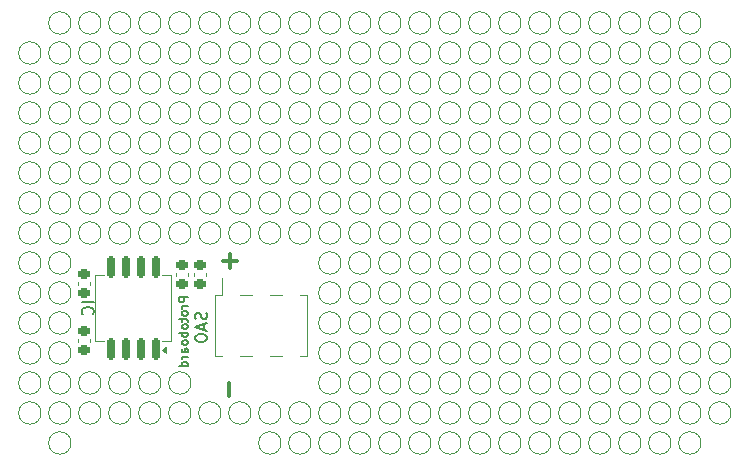
<source format=gbr>
%TF.GenerationSoftware,KiCad,Pcbnew,8.0.7*%
%TF.CreationDate,2025-01-17T21:34:44+01:00*%
%TF.ProjectId,SAO_HelloMyNameIs,53414f5f-4865-46c6-9c6f-4d794e616d65,rev?*%
%TF.SameCoordinates,Original*%
%TF.FileFunction,Legend,Bot*%
%TF.FilePolarity,Positive*%
%FSLAX46Y46*%
G04 Gerber Fmt 4.6, Leading zero omitted, Abs format (unit mm)*
G04 Created by KiCad (PCBNEW 8.0.7) date 2025-01-17 21:34:44*
%MOMM*%
%LPD*%
G01*
G04 APERTURE LIST*
G04 Aperture macros list*
%AMRoundRect*
0 Rectangle with rounded corners*
0 $1 Rounding radius*
0 $2 $3 $4 $5 $6 $7 $8 $9 X,Y pos of 4 corners*
0 Add a 4 corners polygon primitive as box body*
4,1,4,$2,$3,$4,$5,$6,$7,$8,$9,$2,$3,0*
0 Add four circle primitives for the rounded corners*
1,1,$1+$1,$2,$3*
1,1,$1+$1,$4,$5*
1,1,$1+$1,$6,$7*
1,1,$1+$1,$8,$9*
0 Add four rect primitives between the rounded corners*
20,1,$1+$1,$2,$3,$4,$5,0*
20,1,$1+$1,$4,$5,$6,$7,0*
20,1,$1+$1,$6,$7,$8,$9,0*
20,1,$1+$1,$8,$9,$2,$3,0*%
G04 Aperture macros list end*
%ADD10C,0.150000*%
%ADD11C,0.300000*%
%ADD12C,0.120000*%
%ADD13C,1.500000*%
%ADD14RoundRect,0.225000X-0.250000X0.225000X-0.250000X-0.225000X0.250000X-0.225000X0.250000X0.225000X0*%
%ADD15RoundRect,0.150000X0.150000X-0.800000X0.150000X0.800000X-0.150000X0.800000X-0.150000X-0.800000X0*%
%ADD16R,1.000000X3.150000*%
G04 APERTURE END LIST*
D10*
X103938814Y-92555455D02*
X103188814Y-92555455D01*
X103188814Y-92555455D02*
X103188814Y-92841169D01*
X103188814Y-92841169D02*
X103224528Y-92912598D01*
X103224528Y-92912598D02*
X103260242Y-92948312D01*
X103260242Y-92948312D02*
X103331671Y-92984026D01*
X103331671Y-92984026D02*
X103438814Y-92984026D01*
X103438814Y-92984026D02*
X103510242Y-92948312D01*
X103510242Y-92948312D02*
X103545957Y-92912598D01*
X103545957Y-92912598D02*
X103581671Y-92841169D01*
X103581671Y-92841169D02*
X103581671Y-92555455D01*
X103938814Y-93305455D02*
X103438814Y-93305455D01*
X103581671Y-93305455D02*
X103510242Y-93341169D01*
X103510242Y-93341169D02*
X103474528Y-93376884D01*
X103474528Y-93376884D02*
X103438814Y-93448312D01*
X103438814Y-93448312D02*
X103438814Y-93519741D01*
X103938814Y-93876884D02*
X103903100Y-93805455D01*
X103903100Y-93805455D02*
X103867385Y-93769741D01*
X103867385Y-93769741D02*
X103795957Y-93734027D01*
X103795957Y-93734027D02*
X103581671Y-93734027D01*
X103581671Y-93734027D02*
X103510242Y-93769741D01*
X103510242Y-93769741D02*
X103474528Y-93805455D01*
X103474528Y-93805455D02*
X103438814Y-93876884D01*
X103438814Y-93876884D02*
X103438814Y-93984027D01*
X103438814Y-93984027D02*
X103474528Y-94055455D01*
X103474528Y-94055455D02*
X103510242Y-94091170D01*
X103510242Y-94091170D02*
X103581671Y-94126884D01*
X103581671Y-94126884D02*
X103795957Y-94126884D01*
X103795957Y-94126884D02*
X103867385Y-94091170D01*
X103867385Y-94091170D02*
X103903100Y-94055455D01*
X103903100Y-94055455D02*
X103938814Y-93984027D01*
X103938814Y-93984027D02*
X103938814Y-93876884D01*
X103438814Y-94341169D02*
X103438814Y-94626883D01*
X103188814Y-94448312D02*
X103831671Y-94448312D01*
X103831671Y-94448312D02*
X103903100Y-94484026D01*
X103903100Y-94484026D02*
X103938814Y-94555455D01*
X103938814Y-94555455D02*
X103938814Y-94626883D01*
X103938814Y-94984026D02*
X103903100Y-94912597D01*
X103903100Y-94912597D02*
X103867385Y-94876883D01*
X103867385Y-94876883D02*
X103795957Y-94841169D01*
X103795957Y-94841169D02*
X103581671Y-94841169D01*
X103581671Y-94841169D02*
X103510242Y-94876883D01*
X103510242Y-94876883D02*
X103474528Y-94912597D01*
X103474528Y-94912597D02*
X103438814Y-94984026D01*
X103438814Y-94984026D02*
X103438814Y-95091169D01*
X103438814Y-95091169D02*
X103474528Y-95162597D01*
X103474528Y-95162597D02*
X103510242Y-95198312D01*
X103510242Y-95198312D02*
X103581671Y-95234026D01*
X103581671Y-95234026D02*
X103795957Y-95234026D01*
X103795957Y-95234026D02*
X103867385Y-95198312D01*
X103867385Y-95198312D02*
X103903100Y-95162597D01*
X103903100Y-95162597D02*
X103938814Y-95091169D01*
X103938814Y-95091169D02*
X103938814Y-94984026D01*
X103938814Y-95555454D02*
X103188814Y-95555454D01*
X103474528Y-95555454D02*
X103438814Y-95626883D01*
X103438814Y-95626883D02*
X103438814Y-95769740D01*
X103438814Y-95769740D02*
X103474528Y-95841168D01*
X103474528Y-95841168D02*
X103510242Y-95876883D01*
X103510242Y-95876883D02*
X103581671Y-95912597D01*
X103581671Y-95912597D02*
X103795957Y-95912597D01*
X103795957Y-95912597D02*
X103867385Y-95876883D01*
X103867385Y-95876883D02*
X103903100Y-95841168D01*
X103903100Y-95841168D02*
X103938814Y-95769740D01*
X103938814Y-95769740D02*
X103938814Y-95626883D01*
X103938814Y-95626883D02*
X103903100Y-95555454D01*
X103938814Y-96341168D02*
X103903100Y-96269739D01*
X103903100Y-96269739D02*
X103867385Y-96234025D01*
X103867385Y-96234025D02*
X103795957Y-96198311D01*
X103795957Y-96198311D02*
X103581671Y-96198311D01*
X103581671Y-96198311D02*
X103510242Y-96234025D01*
X103510242Y-96234025D02*
X103474528Y-96269739D01*
X103474528Y-96269739D02*
X103438814Y-96341168D01*
X103438814Y-96341168D02*
X103438814Y-96448311D01*
X103438814Y-96448311D02*
X103474528Y-96519739D01*
X103474528Y-96519739D02*
X103510242Y-96555454D01*
X103510242Y-96555454D02*
X103581671Y-96591168D01*
X103581671Y-96591168D02*
X103795957Y-96591168D01*
X103795957Y-96591168D02*
X103867385Y-96555454D01*
X103867385Y-96555454D02*
X103903100Y-96519739D01*
X103903100Y-96519739D02*
X103938814Y-96448311D01*
X103938814Y-96448311D02*
X103938814Y-96341168D01*
X103938814Y-97234025D02*
X103545957Y-97234025D01*
X103545957Y-97234025D02*
X103474528Y-97198310D01*
X103474528Y-97198310D02*
X103438814Y-97126882D01*
X103438814Y-97126882D02*
X103438814Y-96984025D01*
X103438814Y-96984025D02*
X103474528Y-96912596D01*
X103903100Y-97234025D02*
X103938814Y-97162596D01*
X103938814Y-97162596D02*
X103938814Y-96984025D01*
X103938814Y-96984025D02*
X103903100Y-96912596D01*
X103903100Y-96912596D02*
X103831671Y-96876882D01*
X103831671Y-96876882D02*
X103760242Y-96876882D01*
X103760242Y-96876882D02*
X103688814Y-96912596D01*
X103688814Y-96912596D02*
X103653100Y-96984025D01*
X103653100Y-96984025D02*
X103653100Y-97162596D01*
X103653100Y-97162596D02*
X103617385Y-97234025D01*
X103938814Y-97591167D02*
X103438814Y-97591167D01*
X103581671Y-97591167D02*
X103510242Y-97626881D01*
X103510242Y-97626881D02*
X103474528Y-97662596D01*
X103474528Y-97662596D02*
X103438814Y-97734024D01*
X103438814Y-97734024D02*
X103438814Y-97805453D01*
X103938814Y-98376882D02*
X103188814Y-98376882D01*
X103903100Y-98376882D02*
X103938814Y-98305453D01*
X103938814Y-98305453D02*
X103938814Y-98162596D01*
X103938814Y-98162596D02*
X103903100Y-98091167D01*
X103903100Y-98091167D02*
X103867385Y-98055453D01*
X103867385Y-98055453D02*
X103795957Y-98019739D01*
X103795957Y-98019739D02*
X103581671Y-98019739D01*
X103581671Y-98019739D02*
X103510242Y-98055453D01*
X103510242Y-98055453D02*
X103474528Y-98091167D01*
X103474528Y-98091167D02*
X103438814Y-98162596D01*
X103438814Y-98162596D02*
X103438814Y-98305453D01*
X103438814Y-98305453D02*
X103474528Y-98376882D01*
D11*
X107458800Y-99817710D02*
X107458800Y-100960568D01*
X108055889Y-89475600D02*
X106913032Y-89475600D01*
X107484460Y-90047028D02*
X107484460Y-88904171D01*
D10*
X95958819Y-92972000D02*
X94958819Y-92972000D01*
X95863580Y-94019618D02*
X95911200Y-93971999D01*
X95911200Y-93971999D02*
X95958819Y-93829142D01*
X95958819Y-93829142D02*
X95958819Y-93733904D01*
X95958819Y-93733904D02*
X95911200Y-93591047D01*
X95911200Y-93591047D02*
X95815961Y-93495809D01*
X95815961Y-93495809D02*
X95720723Y-93448190D01*
X95720723Y-93448190D02*
X95530247Y-93400571D01*
X95530247Y-93400571D02*
X95387390Y-93400571D01*
X95387390Y-93400571D02*
X95196914Y-93448190D01*
X95196914Y-93448190D02*
X95101676Y-93495809D01*
X95101676Y-93495809D02*
X95006438Y-93591047D01*
X95006438Y-93591047D02*
X94958819Y-93733904D01*
X94958819Y-93733904D02*
X94958819Y-93829142D01*
X94958819Y-93829142D02*
X95006438Y-93971999D01*
X95006438Y-93971999D02*
X95054057Y-94019618D01*
X105512400Y-93874505D02*
X105560019Y-94017362D01*
X105560019Y-94017362D02*
X105560019Y-94255457D01*
X105560019Y-94255457D02*
X105512400Y-94350695D01*
X105512400Y-94350695D02*
X105464780Y-94398314D01*
X105464780Y-94398314D02*
X105369542Y-94445933D01*
X105369542Y-94445933D02*
X105274304Y-94445933D01*
X105274304Y-94445933D02*
X105179066Y-94398314D01*
X105179066Y-94398314D02*
X105131447Y-94350695D01*
X105131447Y-94350695D02*
X105083828Y-94255457D01*
X105083828Y-94255457D02*
X105036209Y-94064981D01*
X105036209Y-94064981D02*
X104988590Y-93969743D01*
X104988590Y-93969743D02*
X104940971Y-93922124D01*
X104940971Y-93922124D02*
X104845733Y-93874505D01*
X104845733Y-93874505D02*
X104750495Y-93874505D01*
X104750495Y-93874505D02*
X104655257Y-93922124D01*
X104655257Y-93922124D02*
X104607638Y-93969743D01*
X104607638Y-93969743D02*
X104560019Y-94064981D01*
X104560019Y-94064981D02*
X104560019Y-94303076D01*
X104560019Y-94303076D02*
X104607638Y-94445933D01*
X105274304Y-94826886D02*
X105274304Y-95303076D01*
X105560019Y-94731648D02*
X104560019Y-95064981D01*
X104560019Y-95064981D02*
X105560019Y-95398314D01*
X104560019Y-95922124D02*
X104560019Y-96112600D01*
X104560019Y-96112600D02*
X104607638Y-96207838D01*
X104607638Y-96207838D02*
X104702876Y-96303076D01*
X104702876Y-96303076D02*
X104893352Y-96350695D01*
X104893352Y-96350695D02*
X105226685Y-96350695D01*
X105226685Y-96350695D02*
X105417161Y-96303076D01*
X105417161Y-96303076D02*
X105512400Y-96207838D01*
X105512400Y-96207838D02*
X105560019Y-96112600D01*
X105560019Y-96112600D02*
X105560019Y-95922124D01*
X105560019Y-95922124D02*
X105512400Y-95826886D01*
X105512400Y-95826886D02*
X105417161Y-95731648D01*
X105417161Y-95731648D02*
X105226685Y-95684029D01*
X105226685Y-95684029D02*
X104893352Y-95684029D01*
X104893352Y-95684029D02*
X104702876Y-95731648D01*
X104702876Y-95731648D02*
X104607638Y-95826886D01*
X104607638Y-95826886D02*
X104560019Y-95922124D01*
D12*
%TO.C,REF\u002A\u002A190*%
X104201000Y-99822000D02*
G75*
G02*
X102301000Y-99822000I-950000J0D01*
G01*
X102301000Y-99822000D02*
G75*
G02*
X104201000Y-99822000I950000J0D01*
G01*
%TO.C,REF\u002A\u002A336*%
X139761000Y-82042000D02*
G75*
G02*
X137861000Y-82042000I-950000J0D01*
G01*
X137861000Y-82042000D02*
G75*
G02*
X139761000Y-82042000I950000J0D01*
G01*
%TO.C,REF\u002A\u002A337*%
X142301000Y-82042000D02*
G75*
G02*
X140401000Y-82042000I-950000J0D01*
G01*
X140401000Y-82042000D02*
G75*
G02*
X142301000Y-82042000I950000J0D01*
G01*
%TO.C,REF\u002A\u002A335*%
X137221000Y-82042000D02*
G75*
G02*
X135321000Y-82042000I-950000J0D01*
G01*
X135321000Y-82042000D02*
G75*
G02*
X137221000Y-82042000I950000J0D01*
G01*
%TO.C,REF\u002A\u002A334*%
X134681000Y-82042000D02*
G75*
G02*
X132781000Y-82042000I-950000J0D01*
G01*
X132781000Y-82042000D02*
G75*
G02*
X134681000Y-82042000I950000J0D01*
G01*
%TO.C,REF\u002A\u002A333*%
X132141000Y-82042000D02*
G75*
G02*
X130241000Y-82042000I-950000J0D01*
G01*
X130241000Y-82042000D02*
G75*
G02*
X132141000Y-82042000I950000J0D01*
G01*
%TO.C,REF\u002A\u002A332*%
X129601000Y-82042000D02*
G75*
G02*
X127701000Y-82042000I-950000J0D01*
G01*
X127701000Y-82042000D02*
G75*
G02*
X129601000Y-82042000I950000J0D01*
G01*
%TO.C,REF\u002A\u002A340*%
X149921000Y-82042000D02*
G75*
G02*
X148021000Y-82042000I-950000J0D01*
G01*
X148021000Y-82042000D02*
G75*
G02*
X149921000Y-82042000I950000J0D01*
G01*
%TO.C,REF\u002A\u002A339*%
X147381000Y-82042000D02*
G75*
G02*
X145481000Y-82042000I-950000J0D01*
G01*
X145481000Y-82042000D02*
G75*
G02*
X147381000Y-82042000I950000J0D01*
G01*
%TO.C,REF\u002A\u002A338*%
X144841000Y-82042000D02*
G75*
G02*
X142941000Y-82042000I-950000J0D01*
G01*
X142941000Y-82042000D02*
G75*
G02*
X144841000Y-82042000I950000J0D01*
G01*
%TO.C,REF\u002A\u002A317*%
X127061000Y-82042000D02*
G75*
G02*
X125161000Y-82042000I-950000J0D01*
G01*
X125161000Y-82042000D02*
G75*
G02*
X127061000Y-82042000I950000J0D01*
G01*
%TO.C,REF\u002A\u002A331*%
X91501000Y-82042000D02*
G75*
G02*
X89601000Y-82042000I-950000J0D01*
G01*
X89601000Y-82042000D02*
G75*
G02*
X91501000Y-82042000I950000J0D01*
G01*
%TO.C,REF\u002A\u002A330*%
X94041000Y-82042000D02*
G75*
G02*
X92141000Y-82042000I-950000J0D01*
G01*
X92141000Y-82042000D02*
G75*
G02*
X94041000Y-82042000I950000J0D01*
G01*
%TO.C,REF\u002A\u002A328*%
X99121000Y-82042000D02*
G75*
G02*
X97221000Y-82042000I-950000J0D01*
G01*
X97221000Y-82042000D02*
G75*
G02*
X99121000Y-82042000I950000J0D01*
G01*
%TO.C,REF\u002A\u002A324*%
X109281000Y-82042000D02*
G75*
G02*
X107381000Y-82042000I-950000J0D01*
G01*
X107381000Y-82042000D02*
G75*
G02*
X109281000Y-82042000I950000J0D01*
G01*
%TO.C,REF\u002A\u002A325*%
X106741000Y-82042000D02*
G75*
G02*
X104841000Y-82042000I-950000J0D01*
G01*
X104841000Y-82042000D02*
G75*
G02*
X106741000Y-82042000I950000J0D01*
G01*
%TO.C,REF\u002A\u002A326*%
X104201000Y-82042000D02*
G75*
G02*
X102301000Y-82042000I-950000J0D01*
G01*
X102301000Y-82042000D02*
G75*
G02*
X104201000Y-82042000I950000J0D01*
G01*
%TO.C,REF\u002A\u002A320*%
X119441000Y-82042000D02*
G75*
G02*
X117541000Y-82042000I-950000J0D01*
G01*
X117541000Y-82042000D02*
G75*
G02*
X119441000Y-82042000I950000J0D01*
G01*
%TO.C,REF\u002A\u002A318*%
X124521000Y-82042000D02*
G75*
G02*
X122621000Y-82042000I-950000J0D01*
G01*
X122621000Y-82042000D02*
G75*
G02*
X124521000Y-82042000I950000J0D01*
G01*
%TO.C,REF\u002A\u002A329*%
X96581000Y-82042000D02*
G75*
G02*
X94681000Y-82042000I-950000J0D01*
G01*
X94681000Y-82042000D02*
G75*
G02*
X96581000Y-82042000I950000J0D01*
G01*
%TO.C,REF\u002A\u002A321*%
X116901000Y-82042000D02*
G75*
G02*
X115001000Y-82042000I-950000J0D01*
G01*
X115001000Y-82042000D02*
G75*
G02*
X116901000Y-82042000I950000J0D01*
G01*
%TO.C,REF\u002A\u002A323*%
X111821000Y-82042000D02*
G75*
G02*
X109921000Y-82042000I-950000J0D01*
G01*
X109921000Y-82042000D02*
G75*
G02*
X111821000Y-82042000I950000J0D01*
G01*
%TO.C,REF\u002A\u002A319*%
X121981000Y-82042000D02*
G75*
G02*
X120081000Y-82042000I-950000J0D01*
G01*
X120081000Y-82042000D02*
G75*
G02*
X121981000Y-82042000I950000J0D01*
G01*
%TO.C,REF\u002A\u002A322*%
X114361000Y-82042000D02*
G75*
G02*
X112461000Y-82042000I-950000J0D01*
G01*
X112461000Y-82042000D02*
G75*
G02*
X114361000Y-82042000I950000J0D01*
G01*
%TO.C,REF\u002A\u002A327*%
X101661000Y-82042000D02*
G75*
G02*
X99761000Y-82042000I-950000J0D01*
G01*
X99761000Y-82042000D02*
G75*
G02*
X101661000Y-82042000I950000J0D01*
G01*
%TO.C,REF\u002A\u002A312*%
X139761000Y-79502000D02*
G75*
G02*
X137861000Y-79502000I-950000J0D01*
G01*
X137861000Y-79502000D02*
G75*
G02*
X139761000Y-79502000I950000J0D01*
G01*
%TO.C,REF\u002A\u002A313*%
X142301000Y-79502000D02*
G75*
G02*
X140401000Y-79502000I-950000J0D01*
G01*
X140401000Y-79502000D02*
G75*
G02*
X142301000Y-79502000I950000J0D01*
G01*
%TO.C,REF\u002A\u002A311*%
X137221000Y-79502000D02*
G75*
G02*
X135321000Y-79502000I-950000J0D01*
G01*
X135321000Y-79502000D02*
G75*
G02*
X137221000Y-79502000I950000J0D01*
G01*
%TO.C,REF\u002A\u002A310*%
X134681000Y-79502000D02*
G75*
G02*
X132781000Y-79502000I-950000J0D01*
G01*
X132781000Y-79502000D02*
G75*
G02*
X134681000Y-79502000I950000J0D01*
G01*
%TO.C,REF\u002A\u002A309*%
X132141000Y-79502000D02*
G75*
G02*
X130241000Y-79502000I-950000J0D01*
G01*
X130241000Y-79502000D02*
G75*
G02*
X132141000Y-79502000I950000J0D01*
G01*
%TO.C,REF\u002A\u002A308*%
X129601000Y-79502000D02*
G75*
G02*
X127701000Y-79502000I-950000J0D01*
G01*
X127701000Y-79502000D02*
G75*
G02*
X129601000Y-79502000I950000J0D01*
G01*
%TO.C,REF\u002A\u002A316*%
X149921000Y-79502000D02*
G75*
G02*
X148021000Y-79502000I-950000J0D01*
G01*
X148021000Y-79502000D02*
G75*
G02*
X149921000Y-79502000I950000J0D01*
G01*
%TO.C,REF\u002A\u002A315*%
X147381000Y-79502000D02*
G75*
G02*
X145481000Y-79502000I-950000J0D01*
G01*
X145481000Y-79502000D02*
G75*
G02*
X147381000Y-79502000I950000J0D01*
G01*
%TO.C,REF\u002A\u002A314*%
X144841000Y-79502000D02*
G75*
G02*
X142941000Y-79502000I-950000J0D01*
G01*
X142941000Y-79502000D02*
G75*
G02*
X144841000Y-79502000I950000J0D01*
G01*
%TO.C,REF\u002A\u002A293*%
X127061000Y-79502000D02*
G75*
G02*
X125161000Y-79502000I-950000J0D01*
G01*
X125161000Y-79502000D02*
G75*
G02*
X127061000Y-79502000I950000J0D01*
G01*
%TO.C,REF\u002A\u002A307*%
X91501000Y-79502000D02*
G75*
G02*
X89601000Y-79502000I-950000J0D01*
G01*
X89601000Y-79502000D02*
G75*
G02*
X91501000Y-79502000I950000J0D01*
G01*
%TO.C,REF\u002A\u002A306*%
X94041000Y-79502000D02*
G75*
G02*
X92141000Y-79502000I-950000J0D01*
G01*
X92141000Y-79502000D02*
G75*
G02*
X94041000Y-79502000I950000J0D01*
G01*
%TO.C,REF\u002A\u002A304*%
X99121000Y-79502000D02*
G75*
G02*
X97221000Y-79502000I-950000J0D01*
G01*
X97221000Y-79502000D02*
G75*
G02*
X99121000Y-79502000I950000J0D01*
G01*
%TO.C,REF\u002A\u002A300*%
X109281000Y-79502000D02*
G75*
G02*
X107381000Y-79502000I-950000J0D01*
G01*
X107381000Y-79502000D02*
G75*
G02*
X109281000Y-79502000I950000J0D01*
G01*
%TO.C,REF\u002A\u002A301*%
X106741000Y-79502000D02*
G75*
G02*
X104841000Y-79502000I-950000J0D01*
G01*
X104841000Y-79502000D02*
G75*
G02*
X106741000Y-79502000I950000J0D01*
G01*
%TO.C,REF\u002A\u002A302*%
X104201000Y-79502000D02*
G75*
G02*
X102301000Y-79502000I-950000J0D01*
G01*
X102301000Y-79502000D02*
G75*
G02*
X104201000Y-79502000I950000J0D01*
G01*
%TO.C,REF\u002A\u002A296*%
X119441000Y-79502000D02*
G75*
G02*
X117541000Y-79502000I-950000J0D01*
G01*
X117541000Y-79502000D02*
G75*
G02*
X119441000Y-79502000I950000J0D01*
G01*
%TO.C,REF\u002A\u002A294*%
X124521000Y-79502000D02*
G75*
G02*
X122621000Y-79502000I-950000J0D01*
G01*
X122621000Y-79502000D02*
G75*
G02*
X124521000Y-79502000I950000J0D01*
G01*
%TO.C,REF\u002A\u002A305*%
X96581000Y-79502000D02*
G75*
G02*
X94681000Y-79502000I-950000J0D01*
G01*
X94681000Y-79502000D02*
G75*
G02*
X96581000Y-79502000I950000J0D01*
G01*
%TO.C,REF\u002A\u002A297*%
X116901000Y-79502000D02*
G75*
G02*
X115001000Y-79502000I-950000J0D01*
G01*
X115001000Y-79502000D02*
G75*
G02*
X116901000Y-79502000I950000J0D01*
G01*
%TO.C,REF\u002A\u002A299*%
X111821000Y-79502000D02*
G75*
G02*
X109921000Y-79502000I-950000J0D01*
G01*
X109921000Y-79502000D02*
G75*
G02*
X111821000Y-79502000I950000J0D01*
G01*
%TO.C,REF\u002A\u002A295*%
X121981000Y-79502000D02*
G75*
G02*
X120081000Y-79502000I-950000J0D01*
G01*
X120081000Y-79502000D02*
G75*
G02*
X121981000Y-79502000I950000J0D01*
G01*
%TO.C,REF\u002A\u002A298*%
X114361000Y-79502000D02*
G75*
G02*
X112461000Y-79502000I-950000J0D01*
G01*
X112461000Y-79502000D02*
G75*
G02*
X114361000Y-79502000I950000J0D01*
G01*
%TO.C,REF\u002A\u002A303*%
X101661000Y-79502000D02*
G75*
G02*
X99761000Y-79502000I-950000J0D01*
G01*
X99761000Y-79502000D02*
G75*
G02*
X101661000Y-79502000I950000J0D01*
G01*
%TO.C,REF\u002A\u002A288*%
X139761000Y-76962000D02*
G75*
G02*
X137861000Y-76962000I-950000J0D01*
G01*
X137861000Y-76962000D02*
G75*
G02*
X139761000Y-76962000I950000J0D01*
G01*
%TO.C,REF\u002A\u002A289*%
X142301000Y-76962000D02*
G75*
G02*
X140401000Y-76962000I-950000J0D01*
G01*
X140401000Y-76962000D02*
G75*
G02*
X142301000Y-76962000I950000J0D01*
G01*
%TO.C,REF\u002A\u002A287*%
X137221000Y-76962000D02*
G75*
G02*
X135321000Y-76962000I-950000J0D01*
G01*
X135321000Y-76962000D02*
G75*
G02*
X137221000Y-76962000I950000J0D01*
G01*
%TO.C,REF\u002A\u002A286*%
X134681000Y-76962000D02*
G75*
G02*
X132781000Y-76962000I-950000J0D01*
G01*
X132781000Y-76962000D02*
G75*
G02*
X134681000Y-76962000I950000J0D01*
G01*
%TO.C,REF\u002A\u002A285*%
X132141000Y-76962000D02*
G75*
G02*
X130241000Y-76962000I-950000J0D01*
G01*
X130241000Y-76962000D02*
G75*
G02*
X132141000Y-76962000I950000J0D01*
G01*
%TO.C,REF\u002A\u002A284*%
X129601000Y-76962000D02*
G75*
G02*
X127701000Y-76962000I-950000J0D01*
G01*
X127701000Y-76962000D02*
G75*
G02*
X129601000Y-76962000I950000J0D01*
G01*
%TO.C,REF\u002A\u002A292*%
X149921000Y-76962000D02*
G75*
G02*
X148021000Y-76962000I-950000J0D01*
G01*
X148021000Y-76962000D02*
G75*
G02*
X149921000Y-76962000I950000J0D01*
G01*
%TO.C,REF\u002A\u002A291*%
X147381000Y-76962000D02*
G75*
G02*
X145481000Y-76962000I-950000J0D01*
G01*
X145481000Y-76962000D02*
G75*
G02*
X147381000Y-76962000I950000J0D01*
G01*
%TO.C,REF\u002A\u002A290*%
X144841000Y-76962000D02*
G75*
G02*
X142941000Y-76962000I-950000J0D01*
G01*
X142941000Y-76962000D02*
G75*
G02*
X144841000Y-76962000I950000J0D01*
G01*
%TO.C,REF\u002A\u002A269*%
X127061000Y-76962000D02*
G75*
G02*
X125161000Y-76962000I-950000J0D01*
G01*
X125161000Y-76962000D02*
G75*
G02*
X127061000Y-76962000I950000J0D01*
G01*
%TO.C,REF\u002A\u002A283*%
X91501000Y-76962000D02*
G75*
G02*
X89601000Y-76962000I-950000J0D01*
G01*
X89601000Y-76962000D02*
G75*
G02*
X91501000Y-76962000I950000J0D01*
G01*
%TO.C,REF\u002A\u002A282*%
X94041000Y-76962000D02*
G75*
G02*
X92141000Y-76962000I-950000J0D01*
G01*
X92141000Y-76962000D02*
G75*
G02*
X94041000Y-76962000I950000J0D01*
G01*
%TO.C,REF\u002A\u002A280*%
X99121000Y-76962000D02*
G75*
G02*
X97221000Y-76962000I-950000J0D01*
G01*
X97221000Y-76962000D02*
G75*
G02*
X99121000Y-76962000I950000J0D01*
G01*
%TO.C,REF\u002A\u002A276*%
X109281000Y-76962000D02*
G75*
G02*
X107381000Y-76962000I-950000J0D01*
G01*
X107381000Y-76962000D02*
G75*
G02*
X109281000Y-76962000I950000J0D01*
G01*
%TO.C,REF\u002A\u002A277*%
X106741000Y-76962000D02*
G75*
G02*
X104841000Y-76962000I-950000J0D01*
G01*
X104841000Y-76962000D02*
G75*
G02*
X106741000Y-76962000I950000J0D01*
G01*
%TO.C,REF\u002A\u002A278*%
X104201000Y-76962000D02*
G75*
G02*
X102301000Y-76962000I-950000J0D01*
G01*
X102301000Y-76962000D02*
G75*
G02*
X104201000Y-76962000I950000J0D01*
G01*
%TO.C,REF\u002A\u002A272*%
X119441000Y-76962000D02*
G75*
G02*
X117541000Y-76962000I-950000J0D01*
G01*
X117541000Y-76962000D02*
G75*
G02*
X119441000Y-76962000I950000J0D01*
G01*
%TO.C,REF\u002A\u002A270*%
X124521000Y-76962000D02*
G75*
G02*
X122621000Y-76962000I-950000J0D01*
G01*
X122621000Y-76962000D02*
G75*
G02*
X124521000Y-76962000I950000J0D01*
G01*
%TO.C,REF\u002A\u002A281*%
X96581000Y-76962000D02*
G75*
G02*
X94681000Y-76962000I-950000J0D01*
G01*
X94681000Y-76962000D02*
G75*
G02*
X96581000Y-76962000I950000J0D01*
G01*
%TO.C,REF\u002A\u002A273*%
X116901000Y-76962000D02*
G75*
G02*
X115001000Y-76962000I-950000J0D01*
G01*
X115001000Y-76962000D02*
G75*
G02*
X116901000Y-76962000I950000J0D01*
G01*
%TO.C,REF\u002A\u002A275*%
X111821000Y-76962000D02*
G75*
G02*
X109921000Y-76962000I-950000J0D01*
G01*
X109921000Y-76962000D02*
G75*
G02*
X111821000Y-76962000I950000J0D01*
G01*
%TO.C,REF\u002A\u002A271*%
X121981000Y-76962000D02*
G75*
G02*
X120081000Y-76962000I-950000J0D01*
G01*
X120081000Y-76962000D02*
G75*
G02*
X121981000Y-76962000I950000J0D01*
G01*
%TO.C,REF\u002A\u002A274*%
X114361000Y-76962000D02*
G75*
G02*
X112461000Y-76962000I-950000J0D01*
G01*
X112461000Y-76962000D02*
G75*
G02*
X114361000Y-76962000I950000J0D01*
G01*
%TO.C,REF\u002A\u002A279*%
X101661000Y-76962000D02*
G75*
G02*
X99761000Y-76962000I-950000J0D01*
G01*
X99761000Y-76962000D02*
G75*
G02*
X101661000Y-76962000I950000J0D01*
G01*
%TO.C,REF\u002A\u002A264*%
X139761000Y-74422000D02*
G75*
G02*
X137861000Y-74422000I-950000J0D01*
G01*
X137861000Y-74422000D02*
G75*
G02*
X139761000Y-74422000I950000J0D01*
G01*
%TO.C,REF\u002A\u002A265*%
X142301000Y-74422000D02*
G75*
G02*
X140401000Y-74422000I-950000J0D01*
G01*
X140401000Y-74422000D02*
G75*
G02*
X142301000Y-74422000I950000J0D01*
G01*
%TO.C,REF\u002A\u002A263*%
X137221000Y-74422000D02*
G75*
G02*
X135321000Y-74422000I-950000J0D01*
G01*
X135321000Y-74422000D02*
G75*
G02*
X137221000Y-74422000I950000J0D01*
G01*
%TO.C,REF\u002A\u002A262*%
X134681000Y-74422000D02*
G75*
G02*
X132781000Y-74422000I-950000J0D01*
G01*
X132781000Y-74422000D02*
G75*
G02*
X134681000Y-74422000I950000J0D01*
G01*
%TO.C,REF\u002A\u002A261*%
X132141000Y-74422000D02*
G75*
G02*
X130241000Y-74422000I-950000J0D01*
G01*
X130241000Y-74422000D02*
G75*
G02*
X132141000Y-74422000I950000J0D01*
G01*
%TO.C,REF\u002A\u002A260*%
X129601000Y-74422000D02*
G75*
G02*
X127701000Y-74422000I-950000J0D01*
G01*
X127701000Y-74422000D02*
G75*
G02*
X129601000Y-74422000I950000J0D01*
G01*
%TO.C,REF\u002A\u002A268*%
X149921000Y-74422000D02*
G75*
G02*
X148021000Y-74422000I-950000J0D01*
G01*
X148021000Y-74422000D02*
G75*
G02*
X149921000Y-74422000I950000J0D01*
G01*
%TO.C,REF\u002A\u002A267*%
X147381000Y-74422000D02*
G75*
G02*
X145481000Y-74422000I-950000J0D01*
G01*
X145481000Y-74422000D02*
G75*
G02*
X147381000Y-74422000I950000J0D01*
G01*
%TO.C,REF\u002A\u002A266*%
X144841000Y-74422000D02*
G75*
G02*
X142941000Y-74422000I-950000J0D01*
G01*
X142941000Y-74422000D02*
G75*
G02*
X144841000Y-74422000I950000J0D01*
G01*
%TO.C,REF\u002A\u002A203*%
X127061000Y-74422000D02*
G75*
G02*
X125161000Y-74422000I-950000J0D01*
G01*
X125161000Y-74422000D02*
G75*
G02*
X127061000Y-74422000I950000J0D01*
G01*
%TO.C,REF\u002A\u002A259*%
X91501000Y-74422000D02*
G75*
G02*
X89601000Y-74422000I-950000J0D01*
G01*
X89601000Y-74422000D02*
G75*
G02*
X91501000Y-74422000I950000J0D01*
G01*
%TO.C,REF\u002A\u002A258*%
X94041000Y-74422000D02*
G75*
G02*
X92141000Y-74422000I-950000J0D01*
G01*
X92141000Y-74422000D02*
G75*
G02*
X94041000Y-74422000I950000J0D01*
G01*
%TO.C,REF\u002A\u002A238*%
X99121000Y-74422000D02*
G75*
G02*
X97221000Y-74422000I-950000J0D01*
G01*
X97221000Y-74422000D02*
G75*
G02*
X99121000Y-74422000I950000J0D01*
G01*
%TO.C,REF\u002A\u002A234*%
X109281000Y-74422000D02*
G75*
G02*
X107381000Y-74422000I-950000J0D01*
G01*
X107381000Y-74422000D02*
G75*
G02*
X109281000Y-74422000I950000J0D01*
G01*
%TO.C,REF\u002A\u002A235*%
X106741000Y-74422000D02*
G75*
G02*
X104841000Y-74422000I-950000J0D01*
G01*
X104841000Y-74422000D02*
G75*
G02*
X106741000Y-74422000I950000J0D01*
G01*
%TO.C,REF\u002A\u002A236*%
X104201000Y-74422000D02*
G75*
G02*
X102301000Y-74422000I-950000J0D01*
G01*
X102301000Y-74422000D02*
G75*
G02*
X104201000Y-74422000I950000J0D01*
G01*
%TO.C,REF\u002A\u002A206*%
X119441000Y-74422000D02*
G75*
G02*
X117541000Y-74422000I-950000J0D01*
G01*
X117541000Y-74422000D02*
G75*
G02*
X119441000Y-74422000I950000J0D01*
G01*
%TO.C,REF\u002A\u002A204*%
X124521000Y-74422000D02*
G75*
G02*
X122621000Y-74422000I-950000J0D01*
G01*
X122621000Y-74422000D02*
G75*
G02*
X124521000Y-74422000I950000J0D01*
G01*
%TO.C,REF\u002A\u002A239*%
X96581000Y-74422000D02*
G75*
G02*
X94681000Y-74422000I-950000J0D01*
G01*
X94681000Y-74422000D02*
G75*
G02*
X96581000Y-74422000I950000J0D01*
G01*
%TO.C,REF\u002A\u002A207*%
X116901000Y-74422000D02*
G75*
G02*
X115001000Y-74422000I-950000J0D01*
G01*
X115001000Y-74422000D02*
G75*
G02*
X116901000Y-74422000I950000J0D01*
G01*
%TO.C,REF\u002A\u002A209*%
X111821000Y-74422000D02*
G75*
G02*
X109921000Y-74422000I-950000J0D01*
G01*
X109921000Y-74422000D02*
G75*
G02*
X111821000Y-74422000I950000J0D01*
G01*
%TO.C,REF\u002A\u002A205*%
X121981000Y-74422000D02*
G75*
G02*
X120081000Y-74422000I-950000J0D01*
G01*
X120081000Y-74422000D02*
G75*
G02*
X121981000Y-74422000I950000J0D01*
G01*
%TO.C,REF\u002A\u002A208*%
X114361000Y-74422000D02*
G75*
G02*
X112461000Y-74422000I-950000J0D01*
G01*
X112461000Y-74422000D02*
G75*
G02*
X114361000Y-74422000I950000J0D01*
G01*
%TO.C,REF\u002A\u002A237*%
X101661000Y-74422000D02*
G75*
G02*
X99761000Y-74422000I-950000J0D01*
G01*
X99761000Y-74422000D02*
G75*
G02*
X101661000Y-74422000I950000J0D01*
G01*
%TO.C,REF\u002A\u002A179*%
X139761000Y-71882000D02*
G75*
G02*
X137861000Y-71882000I-950000J0D01*
G01*
X137861000Y-71882000D02*
G75*
G02*
X139761000Y-71882000I950000J0D01*
G01*
%TO.C,REF\u002A\u002A199*%
X142301000Y-71882000D02*
G75*
G02*
X140401000Y-71882000I-950000J0D01*
G01*
X140401000Y-71882000D02*
G75*
G02*
X142301000Y-71882000I950000J0D01*
G01*
%TO.C,REF\u002A\u002A178*%
X137221000Y-71882000D02*
G75*
G02*
X135321000Y-71882000I-950000J0D01*
G01*
X135321000Y-71882000D02*
G75*
G02*
X137221000Y-71882000I950000J0D01*
G01*
%TO.C,REF\u002A\u002A177*%
X134681000Y-71882000D02*
G75*
G02*
X132781000Y-71882000I-950000J0D01*
G01*
X132781000Y-71882000D02*
G75*
G02*
X134681000Y-71882000I950000J0D01*
G01*
%TO.C,REF\u002A\u002A176*%
X132141000Y-71882000D02*
G75*
G02*
X130241000Y-71882000I-950000J0D01*
G01*
X130241000Y-71882000D02*
G75*
G02*
X132141000Y-71882000I950000J0D01*
G01*
%TO.C,REF\u002A\u002A175*%
X129601000Y-71882000D02*
G75*
G02*
X127701000Y-71882000I-950000J0D01*
G01*
X127701000Y-71882000D02*
G75*
G02*
X129601000Y-71882000I950000J0D01*
G01*
%TO.C,REF\u002A\u002A202*%
X149921000Y-71882000D02*
G75*
G02*
X148021000Y-71882000I-950000J0D01*
G01*
X148021000Y-71882000D02*
G75*
G02*
X149921000Y-71882000I950000J0D01*
G01*
%TO.C,REF\u002A\u002A201*%
X147381000Y-71882000D02*
G75*
G02*
X145481000Y-71882000I-950000J0D01*
G01*
X145481000Y-71882000D02*
G75*
G02*
X147381000Y-71882000I950000J0D01*
G01*
%TO.C,REF\u002A\u002A200*%
X144841000Y-71882000D02*
G75*
G02*
X142941000Y-71882000I-950000J0D01*
G01*
X142941000Y-71882000D02*
G75*
G02*
X144841000Y-71882000I950000J0D01*
G01*
%TO.C,REF\u002A\u002A144*%
X127061000Y-71882000D02*
G75*
G02*
X125161000Y-71882000I-950000J0D01*
G01*
X125161000Y-71882000D02*
G75*
G02*
X127061000Y-71882000I950000J0D01*
G01*
%TO.C,REF\u002A\u002A174*%
X91501000Y-71882000D02*
G75*
G02*
X89601000Y-71882000I-950000J0D01*
G01*
X89601000Y-71882000D02*
G75*
G02*
X91501000Y-71882000I950000J0D01*
G01*
%TO.C,REF\u002A\u002A173*%
X94041000Y-71882000D02*
G75*
G02*
X92141000Y-71882000I-950000J0D01*
G01*
X92141000Y-71882000D02*
G75*
G02*
X94041000Y-71882000I950000J0D01*
G01*
%TO.C,REF\u002A\u002A171*%
X99121000Y-71882000D02*
G75*
G02*
X97221000Y-71882000I-950000J0D01*
G01*
X97221000Y-71882000D02*
G75*
G02*
X99121000Y-71882000I950000J0D01*
G01*
%TO.C,REF\u002A\u002A167*%
X109281000Y-71882000D02*
G75*
G02*
X107381000Y-71882000I-950000J0D01*
G01*
X107381000Y-71882000D02*
G75*
G02*
X109281000Y-71882000I950000J0D01*
G01*
%TO.C,REF\u002A\u002A168*%
X106741000Y-71882000D02*
G75*
G02*
X104841000Y-71882000I-950000J0D01*
G01*
X104841000Y-71882000D02*
G75*
G02*
X106741000Y-71882000I950000J0D01*
G01*
%TO.C,REF\u002A\u002A169*%
X104201000Y-71882000D02*
G75*
G02*
X102301000Y-71882000I-950000J0D01*
G01*
X102301000Y-71882000D02*
G75*
G02*
X104201000Y-71882000I950000J0D01*
G01*
%TO.C,REF\u002A\u002A147*%
X119441000Y-71882000D02*
G75*
G02*
X117541000Y-71882000I-950000J0D01*
G01*
X117541000Y-71882000D02*
G75*
G02*
X119441000Y-71882000I950000J0D01*
G01*
%TO.C,REF\u002A\u002A145*%
X124521000Y-71882000D02*
G75*
G02*
X122621000Y-71882000I-950000J0D01*
G01*
X122621000Y-71882000D02*
G75*
G02*
X124521000Y-71882000I950000J0D01*
G01*
%TO.C,REF\u002A\u002A172*%
X96581000Y-71882000D02*
G75*
G02*
X94681000Y-71882000I-950000J0D01*
G01*
X94681000Y-71882000D02*
G75*
G02*
X96581000Y-71882000I950000J0D01*
G01*
%TO.C,REF\u002A\u002A148*%
X116901000Y-71882000D02*
G75*
G02*
X115001000Y-71882000I-950000J0D01*
G01*
X115001000Y-71882000D02*
G75*
G02*
X116901000Y-71882000I950000J0D01*
G01*
%TO.C,REF\u002A\u002A166*%
X111821000Y-71882000D02*
G75*
G02*
X109921000Y-71882000I-950000J0D01*
G01*
X109921000Y-71882000D02*
G75*
G02*
X111821000Y-71882000I950000J0D01*
G01*
%TO.C,REF\u002A\u002A146*%
X121981000Y-71882000D02*
G75*
G02*
X120081000Y-71882000I-950000J0D01*
G01*
X120081000Y-71882000D02*
G75*
G02*
X121981000Y-71882000I950000J0D01*
G01*
%TO.C,REF\u002A\u002A149*%
X114361000Y-71882000D02*
G75*
G02*
X112461000Y-71882000I-950000J0D01*
G01*
X112461000Y-71882000D02*
G75*
G02*
X114361000Y-71882000I950000J0D01*
G01*
%TO.C,REF\u002A\u002A170*%
X101661000Y-71882000D02*
G75*
G02*
X99761000Y-71882000I-950000J0D01*
G01*
X99761000Y-71882000D02*
G75*
G02*
X101661000Y-71882000I950000J0D01*
G01*
%TO.C,REF\u002A\u002A139*%
X139761000Y-69342000D02*
G75*
G02*
X137861000Y-69342000I-950000J0D01*
G01*
X137861000Y-69342000D02*
G75*
G02*
X139761000Y-69342000I950000J0D01*
G01*
%TO.C,REF\u002A\u002A140*%
X142301000Y-69342000D02*
G75*
G02*
X140401000Y-69342000I-950000J0D01*
G01*
X140401000Y-69342000D02*
G75*
G02*
X142301000Y-69342000I950000J0D01*
G01*
%TO.C,REF\u002A\u002A138*%
X137221000Y-69342000D02*
G75*
G02*
X135321000Y-69342000I-950000J0D01*
G01*
X135321000Y-69342000D02*
G75*
G02*
X137221000Y-69342000I950000J0D01*
G01*
%TO.C,REF\u002A\u002A137*%
X134681000Y-69342000D02*
G75*
G02*
X132781000Y-69342000I-950000J0D01*
G01*
X132781000Y-69342000D02*
G75*
G02*
X134681000Y-69342000I950000J0D01*
G01*
%TO.C,REF\u002A\u002A136*%
X132141000Y-69342000D02*
G75*
G02*
X130241000Y-69342000I-950000J0D01*
G01*
X130241000Y-69342000D02*
G75*
G02*
X132141000Y-69342000I950000J0D01*
G01*
%TO.C,REF\u002A\u002A119*%
X129601000Y-69342000D02*
G75*
G02*
X127701000Y-69342000I-950000J0D01*
G01*
X127701000Y-69342000D02*
G75*
G02*
X129601000Y-69342000I950000J0D01*
G01*
%TO.C,REF\u002A\u002A142*%
X147381000Y-69342000D02*
G75*
G02*
X145481000Y-69342000I-950000J0D01*
G01*
X145481000Y-69342000D02*
G75*
G02*
X147381000Y-69342000I950000J0D01*
G01*
%TO.C,REF\u002A\u002A141*%
X144841000Y-69342000D02*
G75*
G02*
X142941000Y-69342000I-950000J0D01*
G01*
X142941000Y-69342000D02*
G75*
G02*
X144841000Y-69342000I950000J0D01*
G01*
%TO.C,REF\u002A\u002A88*%
X127061000Y-69342000D02*
G75*
G02*
X125161000Y-69342000I-950000J0D01*
G01*
X125161000Y-69342000D02*
G75*
G02*
X127061000Y-69342000I950000J0D01*
G01*
%TO.C,REF\u002A\u002A117*%
X94041000Y-69342000D02*
G75*
G02*
X92141000Y-69342000I-950000J0D01*
G01*
X92141000Y-69342000D02*
G75*
G02*
X94041000Y-69342000I950000J0D01*
G01*
%TO.C,REF\u002A\u002A115*%
X99121000Y-69342000D02*
G75*
G02*
X97221000Y-69342000I-950000J0D01*
G01*
X97221000Y-69342000D02*
G75*
G02*
X99121000Y-69342000I950000J0D01*
G01*
%TO.C,REF\u002A\u002A111*%
X109281000Y-69342000D02*
G75*
G02*
X107381000Y-69342000I-950000J0D01*
G01*
X107381000Y-69342000D02*
G75*
G02*
X109281000Y-69342000I950000J0D01*
G01*
%TO.C,REF\u002A\u002A112*%
X106741000Y-69342000D02*
G75*
G02*
X104841000Y-69342000I-950000J0D01*
G01*
X104841000Y-69342000D02*
G75*
G02*
X106741000Y-69342000I950000J0D01*
G01*
%TO.C,REF\u002A\u002A113*%
X104201000Y-69342000D02*
G75*
G02*
X102301000Y-69342000I-950000J0D01*
G01*
X102301000Y-69342000D02*
G75*
G02*
X104201000Y-69342000I950000J0D01*
G01*
%TO.C,REF\u002A\u002A107*%
X119441000Y-69342000D02*
G75*
G02*
X117541000Y-69342000I-950000J0D01*
G01*
X117541000Y-69342000D02*
G75*
G02*
X119441000Y-69342000I950000J0D01*
G01*
%TO.C,REF\u002A\u002A89*%
X124521000Y-69342000D02*
G75*
G02*
X122621000Y-69342000I-950000J0D01*
G01*
X122621000Y-69342000D02*
G75*
G02*
X124521000Y-69342000I950000J0D01*
G01*
%TO.C,REF\u002A\u002A116*%
X96581000Y-69342000D02*
G75*
G02*
X94681000Y-69342000I-950000J0D01*
G01*
X94681000Y-69342000D02*
G75*
G02*
X96581000Y-69342000I950000J0D01*
G01*
%TO.C,REF\u002A\u002A108*%
X116901000Y-69342000D02*
G75*
G02*
X115001000Y-69342000I-950000J0D01*
G01*
X115001000Y-69342000D02*
G75*
G02*
X116901000Y-69342000I950000J0D01*
G01*
%TO.C,REF\u002A\u002A110*%
X111821000Y-69342000D02*
G75*
G02*
X109921000Y-69342000I-950000J0D01*
G01*
X109921000Y-69342000D02*
G75*
G02*
X111821000Y-69342000I950000J0D01*
G01*
%TO.C,REF\u002A\u002A106*%
X121981000Y-69342000D02*
G75*
G02*
X120081000Y-69342000I-950000J0D01*
G01*
X120081000Y-69342000D02*
G75*
G02*
X121981000Y-69342000I950000J0D01*
G01*
%TO.C,REF\u002A\u002A109*%
X114361000Y-69342000D02*
G75*
G02*
X112461000Y-69342000I-950000J0D01*
G01*
X112461000Y-69342000D02*
G75*
G02*
X114361000Y-69342000I950000J0D01*
G01*
%TO.C,REF\u002A\u002A114*%
X101661000Y-69342000D02*
G75*
G02*
X99761000Y-69342000I-950000J0D01*
G01*
X99761000Y-69342000D02*
G75*
G02*
X101661000Y-69342000I950000J0D01*
G01*
%TO.C,REF\u002A\u002A233*%
X149921000Y-102362000D02*
G75*
G02*
X148021000Y-102362000I-950000J0D01*
G01*
X148021000Y-102362000D02*
G75*
G02*
X149921000Y-102362000I950000J0D01*
G01*
%TO.C,REF\u002A\u002A198*%
X149921000Y-99822000D02*
G75*
G02*
X148021000Y-99822000I-950000J0D01*
G01*
X148021000Y-99822000D02*
G75*
G02*
X149921000Y-99822000I950000J0D01*
G01*
%TO.C,REF\u002A\u002A165*%
X149921000Y-97282000D02*
G75*
G02*
X148021000Y-97282000I-950000J0D01*
G01*
X148021000Y-97282000D02*
G75*
G02*
X149921000Y-97282000I950000J0D01*
G01*
%TO.C,REF\u002A\u002A23*%
X149921000Y-84582000D02*
G75*
G02*
X148021000Y-84582000I-950000J0D01*
G01*
X148021000Y-84582000D02*
G75*
G02*
X149921000Y-84582000I950000J0D01*
G01*
%TO.C,REF\u002A\u002A135*%
X149921000Y-94742000D02*
G75*
G02*
X148021000Y-94742000I-950000J0D01*
G01*
X148021000Y-94742000D02*
G75*
G02*
X149921000Y-94742000I950000J0D01*
G01*
%TO.C,REF\u002A\u002A105*%
X149921000Y-92202000D02*
G75*
G02*
X148021000Y-92202000I-950000J0D01*
G01*
X148021000Y-92202000D02*
G75*
G02*
X149921000Y-92202000I950000J0D01*
G01*
%TO.C,REF\u002A\u002A75*%
X149921000Y-89662000D02*
G75*
G02*
X148021000Y-89662000I-950000J0D01*
G01*
X148021000Y-89662000D02*
G75*
G02*
X149921000Y-89662000I950000J0D01*
G01*
%TO.C,REF\u002A\u002A53*%
X149921000Y-87122000D02*
G75*
G02*
X148021000Y-87122000I-950000J0D01*
G01*
X148021000Y-87122000D02*
G75*
G02*
X149921000Y-87122000I950000J0D01*
G01*
%TO.C,REF\u002A\u002A232*%
X147381000Y-102362000D02*
G75*
G02*
X145481000Y-102362000I-950000J0D01*
G01*
X145481000Y-102362000D02*
G75*
G02*
X147381000Y-102362000I950000J0D01*
G01*
%TO.C,REF\u002A\u002A197*%
X147381000Y-99822000D02*
G75*
G02*
X145481000Y-99822000I-950000J0D01*
G01*
X145481000Y-99822000D02*
G75*
G02*
X147381000Y-99822000I950000J0D01*
G01*
%TO.C,REF\u002A\u002A162*%
X147381000Y-97282000D02*
G75*
G02*
X145481000Y-97282000I-950000J0D01*
G01*
X145481000Y-97282000D02*
G75*
G02*
X147381000Y-97282000I950000J0D01*
G01*
%TO.C,REF\u002A\u002A256*%
X147381000Y-104902000D02*
G75*
G02*
X145481000Y-104902000I-950000J0D01*
G01*
X145481000Y-104902000D02*
G75*
G02*
X147381000Y-104902000I950000J0D01*
G01*
%TO.C,REF\u002A\u002A22*%
X147381000Y-84582000D02*
G75*
G02*
X145481000Y-84582000I-950000J0D01*
G01*
X145481000Y-84582000D02*
G75*
G02*
X147381000Y-84582000I950000J0D01*
G01*
%TO.C,REF\u002A\u002A132*%
X147381000Y-94742000D02*
G75*
G02*
X145481000Y-94742000I-950000J0D01*
G01*
X145481000Y-94742000D02*
G75*
G02*
X147381000Y-94742000I950000J0D01*
G01*
%TO.C,REF\u002A\u002A102*%
X147381000Y-92202000D02*
G75*
G02*
X145481000Y-92202000I-950000J0D01*
G01*
X145481000Y-92202000D02*
G75*
G02*
X147381000Y-92202000I950000J0D01*
G01*
%TO.C,REF\u002A\u002A72*%
X147381000Y-89662000D02*
G75*
G02*
X145481000Y-89662000I-950000J0D01*
G01*
X145481000Y-89662000D02*
G75*
G02*
X147381000Y-89662000I950000J0D01*
G01*
%TO.C,REF\u002A\u002A52*%
X147381000Y-87122000D02*
G75*
G02*
X145481000Y-87122000I-950000J0D01*
G01*
X145481000Y-87122000D02*
G75*
G02*
X147381000Y-87122000I950000J0D01*
G01*
%TO.C,REF\u002A\u002A231*%
X144841000Y-102362000D02*
G75*
G02*
X142941000Y-102362000I-950000J0D01*
G01*
X142941000Y-102362000D02*
G75*
G02*
X144841000Y-102362000I950000J0D01*
G01*
%TO.C,REF\u002A\u002A196*%
X144841000Y-99822000D02*
G75*
G02*
X142941000Y-99822000I-950000J0D01*
G01*
X142941000Y-99822000D02*
G75*
G02*
X144841000Y-99822000I950000J0D01*
G01*
%TO.C,REF\u002A\u002A161*%
X144841000Y-97282000D02*
G75*
G02*
X142941000Y-97282000I-950000J0D01*
G01*
X142941000Y-97282000D02*
G75*
G02*
X144841000Y-97282000I950000J0D01*
G01*
%TO.C,REF\u002A\u002A255*%
X144841000Y-104902000D02*
G75*
G02*
X142941000Y-104902000I-950000J0D01*
G01*
X142941000Y-104902000D02*
G75*
G02*
X144841000Y-104902000I950000J0D01*
G01*
%TO.C,REF\u002A\u002A21*%
X144841000Y-84582000D02*
G75*
G02*
X142941000Y-84582000I-950000J0D01*
G01*
X142941000Y-84582000D02*
G75*
G02*
X144841000Y-84582000I950000J0D01*
G01*
%TO.C,REF\u002A\u002A131*%
X144841000Y-94742000D02*
G75*
G02*
X142941000Y-94742000I-950000J0D01*
G01*
X142941000Y-94742000D02*
G75*
G02*
X144841000Y-94742000I950000J0D01*
G01*
%TO.C,REF\u002A\u002A101*%
X144841000Y-92202000D02*
G75*
G02*
X142941000Y-92202000I-950000J0D01*
G01*
X142941000Y-92202000D02*
G75*
G02*
X144841000Y-92202000I950000J0D01*
G01*
%TO.C,REF\u002A\u002A71*%
X144841000Y-89662000D02*
G75*
G02*
X142941000Y-89662000I-950000J0D01*
G01*
X142941000Y-89662000D02*
G75*
G02*
X144841000Y-89662000I950000J0D01*
G01*
%TO.C,REF\u002A\u002A51*%
X144841000Y-87122000D02*
G75*
G02*
X142941000Y-87122000I-950000J0D01*
G01*
X142941000Y-87122000D02*
G75*
G02*
X144841000Y-87122000I950000J0D01*
G01*
%TO.C,REF\u002A\u002A230*%
X142301000Y-102362000D02*
G75*
G02*
X140401000Y-102362000I-950000J0D01*
G01*
X140401000Y-102362000D02*
G75*
G02*
X142301000Y-102362000I950000J0D01*
G01*
%TO.C,REF\u002A\u002A195*%
X142301000Y-99822000D02*
G75*
G02*
X140401000Y-99822000I-950000J0D01*
G01*
X140401000Y-99822000D02*
G75*
G02*
X142301000Y-99822000I950000J0D01*
G01*
%TO.C,REF\u002A\u002A160*%
X142301000Y-97282000D02*
G75*
G02*
X140401000Y-97282000I-950000J0D01*
G01*
X140401000Y-97282000D02*
G75*
G02*
X142301000Y-97282000I950000J0D01*
G01*
%TO.C,REF\u002A\u002A252*%
X142301000Y-104902000D02*
G75*
G02*
X140401000Y-104902000I-950000J0D01*
G01*
X140401000Y-104902000D02*
G75*
G02*
X142301000Y-104902000I950000J0D01*
G01*
%TO.C,REF\u002A\u002A20*%
X142301000Y-84582000D02*
G75*
G02*
X140401000Y-84582000I-950000J0D01*
G01*
X140401000Y-84582000D02*
G75*
G02*
X142301000Y-84582000I950000J0D01*
G01*
%TO.C,REF\u002A\u002A130*%
X142301000Y-94742000D02*
G75*
G02*
X140401000Y-94742000I-950000J0D01*
G01*
X140401000Y-94742000D02*
G75*
G02*
X142301000Y-94742000I950000J0D01*
G01*
%TO.C,REF\u002A\u002A100*%
X142301000Y-92202000D02*
G75*
G02*
X140401000Y-92202000I-950000J0D01*
G01*
X140401000Y-92202000D02*
G75*
G02*
X142301000Y-92202000I950000J0D01*
G01*
%TO.C,REF\u002A\u002A70*%
X142301000Y-89662000D02*
G75*
G02*
X140401000Y-89662000I-950000J0D01*
G01*
X140401000Y-89662000D02*
G75*
G02*
X142301000Y-89662000I950000J0D01*
G01*
%TO.C,REF\u002A\u002A50*%
X142301000Y-87122000D02*
G75*
G02*
X140401000Y-87122000I-950000J0D01*
G01*
X140401000Y-87122000D02*
G75*
G02*
X142301000Y-87122000I950000J0D01*
G01*
%TO.C,REF\u002A\u002A229*%
X139761000Y-102362000D02*
G75*
G02*
X137861000Y-102362000I-950000J0D01*
G01*
X137861000Y-102362000D02*
G75*
G02*
X139761000Y-102362000I950000J0D01*
G01*
%TO.C,REF\u002A\u002A189*%
X139761000Y-99822000D02*
G75*
G02*
X137861000Y-99822000I-950000J0D01*
G01*
X137861000Y-99822000D02*
G75*
G02*
X139761000Y-99822000I950000J0D01*
G01*
%TO.C,REF\u002A\u002A159*%
X139761000Y-97282000D02*
G75*
G02*
X137861000Y-97282000I-950000J0D01*
G01*
X137861000Y-97282000D02*
G75*
G02*
X139761000Y-97282000I950000J0D01*
G01*
%TO.C,REF\u002A\u002A251*%
X139761000Y-104902000D02*
G75*
G02*
X137861000Y-104902000I-950000J0D01*
G01*
X137861000Y-104902000D02*
G75*
G02*
X139761000Y-104902000I950000J0D01*
G01*
%TO.C,REF\u002A\u002A19*%
X139761000Y-84582000D02*
G75*
G02*
X137861000Y-84582000I-950000J0D01*
G01*
X137861000Y-84582000D02*
G75*
G02*
X139761000Y-84582000I950000J0D01*
G01*
%TO.C,REF\u002A\u002A129*%
X139761000Y-94742000D02*
G75*
G02*
X137861000Y-94742000I-950000J0D01*
G01*
X137861000Y-94742000D02*
G75*
G02*
X139761000Y-94742000I950000J0D01*
G01*
%TO.C,REF\u002A\u002A99*%
X139761000Y-92202000D02*
G75*
G02*
X137861000Y-92202000I-950000J0D01*
G01*
X137861000Y-92202000D02*
G75*
G02*
X139761000Y-92202000I950000J0D01*
G01*
%TO.C,REF\u002A\u002A69*%
X139761000Y-89662000D02*
G75*
G02*
X137861000Y-89662000I-950000J0D01*
G01*
X137861000Y-89662000D02*
G75*
G02*
X139761000Y-89662000I950000J0D01*
G01*
%TO.C,REF\u002A\u002A49*%
X139761000Y-87122000D02*
G75*
G02*
X137861000Y-87122000I-950000J0D01*
G01*
X137861000Y-87122000D02*
G75*
G02*
X139761000Y-87122000I950000J0D01*
G01*
%TO.C,REF\u002A\u002A228*%
X137221000Y-102362000D02*
G75*
G02*
X135321000Y-102362000I-950000J0D01*
G01*
X135321000Y-102362000D02*
G75*
G02*
X137221000Y-102362000I950000J0D01*
G01*
%TO.C,REF\u002A\u002A188*%
X137221000Y-99822000D02*
G75*
G02*
X135321000Y-99822000I-950000J0D01*
G01*
X135321000Y-99822000D02*
G75*
G02*
X137221000Y-99822000I950000J0D01*
G01*
%TO.C,REF\u002A\u002A158*%
X137221000Y-97282000D02*
G75*
G02*
X135321000Y-97282000I-950000J0D01*
G01*
X135321000Y-97282000D02*
G75*
G02*
X137221000Y-97282000I950000J0D01*
G01*
%TO.C,REF\u002A\u002A250*%
X137221000Y-104902000D02*
G75*
G02*
X135321000Y-104902000I-950000J0D01*
G01*
X135321000Y-104902000D02*
G75*
G02*
X137221000Y-104902000I950000J0D01*
G01*
%TO.C,REF\u002A\u002A18*%
X137221000Y-84582000D02*
G75*
G02*
X135321000Y-84582000I-950000J0D01*
G01*
X135321000Y-84582000D02*
G75*
G02*
X137221000Y-84582000I950000J0D01*
G01*
%TO.C,REF\u002A\u002A128*%
X137221000Y-94742000D02*
G75*
G02*
X135321000Y-94742000I-950000J0D01*
G01*
X135321000Y-94742000D02*
G75*
G02*
X137221000Y-94742000I950000J0D01*
G01*
%TO.C,REF\u002A\u002A98*%
X137221000Y-92202000D02*
G75*
G02*
X135321000Y-92202000I-950000J0D01*
G01*
X135321000Y-92202000D02*
G75*
G02*
X137221000Y-92202000I950000J0D01*
G01*
%TO.C,REF\u002A\u002A68*%
X137221000Y-89662000D02*
G75*
G02*
X135321000Y-89662000I-950000J0D01*
G01*
X135321000Y-89662000D02*
G75*
G02*
X137221000Y-89662000I950000J0D01*
G01*
%TO.C,REF\u002A\u002A48*%
X137221000Y-87122000D02*
G75*
G02*
X135321000Y-87122000I-950000J0D01*
G01*
X135321000Y-87122000D02*
G75*
G02*
X137221000Y-87122000I950000J0D01*
G01*
%TO.C,REF\u002A\u002A227*%
X134681000Y-102362000D02*
G75*
G02*
X132781000Y-102362000I-950000J0D01*
G01*
X132781000Y-102362000D02*
G75*
G02*
X134681000Y-102362000I950000J0D01*
G01*
%TO.C,REF\u002A\u002A187*%
X134681000Y-99822000D02*
G75*
G02*
X132781000Y-99822000I-950000J0D01*
G01*
X132781000Y-99822000D02*
G75*
G02*
X134681000Y-99822000I950000J0D01*
G01*
%TO.C,REF\u002A\u002A157*%
X134681000Y-97282000D02*
G75*
G02*
X132781000Y-97282000I-950000J0D01*
G01*
X132781000Y-97282000D02*
G75*
G02*
X134681000Y-97282000I950000J0D01*
G01*
%TO.C,REF\u002A\u002A249*%
X134681000Y-104902000D02*
G75*
G02*
X132781000Y-104902000I-950000J0D01*
G01*
X132781000Y-104902000D02*
G75*
G02*
X134681000Y-104902000I950000J0D01*
G01*
%TO.C,REF\u002A\u002A17*%
X134681000Y-84582000D02*
G75*
G02*
X132781000Y-84582000I-950000J0D01*
G01*
X132781000Y-84582000D02*
G75*
G02*
X134681000Y-84582000I950000J0D01*
G01*
%TO.C,REF\u002A\u002A127*%
X134681000Y-94742000D02*
G75*
G02*
X132781000Y-94742000I-950000J0D01*
G01*
X132781000Y-94742000D02*
G75*
G02*
X134681000Y-94742000I950000J0D01*
G01*
%TO.C,REF\u002A\u002A97*%
X134681000Y-92202000D02*
G75*
G02*
X132781000Y-92202000I-950000J0D01*
G01*
X132781000Y-92202000D02*
G75*
G02*
X134681000Y-92202000I950000J0D01*
G01*
%TO.C,REF\u002A\u002A67*%
X134681000Y-89662000D02*
G75*
G02*
X132781000Y-89662000I-950000J0D01*
G01*
X132781000Y-89662000D02*
G75*
G02*
X134681000Y-89662000I950000J0D01*
G01*
%TO.C,REF\u002A\u002A47*%
X134681000Y-87122000D02*
G75*
G02*
X132781000Y-87122000I-950000J0D01*
G01*
X132781000Y-87122000D02*
G75*
G02*
X134681000Y-87122000I950000J0D01*
G01*
%TO.C,REF\u002A\u002A226*%
X132141000Y-102362000D02*
G75*
G02*
X130241000Y-102362000I-950000J0D01*
G01*
X130241000Y-102362000D02*
G75*
G02*
X132141000Y-102362000I950000J0D01*
G01*
%TO.C,REF\u002A\u002A186*%
X132141000Y-99822000D02*
G75*
G02*
X130241000Y-99822000I-950000J0D01*
G01*
X130241000Y-99822000D02*
G75*
G02*
X132141000Y-99822000I950000J0D01*
G01*
%TO.C,REF\u002A\u002A156*%
X132141000Y-97282000D02*
G75*
G02*
X130241000Y-97282000I-950000J0D01*
G01*
X130241000Y-97282000D02*
G75*
G02*
X132141000Y-97282000I950000J0D01*
G01*
%TO.C,REF\u002A\u002A248*%
X132141000Y-104902000D02*
G75*
G02*
X130241000Y-104902000I-950000J0D01*
G01*
X130241000Y-104902000D02*
G75*
G02*
X132141000Y-104902000I950000J0D01*
G01*
%TO.C,REF\u002A\u002A16*%
X132141000Y-84582000D02*
G75*
G02*
X130241000Y-84582000I-950000J0D01*
G01*
X130241000Y-84582000D02*
G75*
G02*
X132141000Y-84582000I950000J0D01*
G01*
%TO.C,REF\u002A\u002A126*%
X132141000Y-94742000D02*
G75*
G02*
X130241000Y-94742000I-950000J0D01*
G01*
X130241000Y-94742000D02*
G75*
G02*
X132141000Y-94742000I950000J0D01*
G01*
%TO.C,REF\u002A\u002A96*%
X132141000Y-92202000D02*
G75*
G02*
X130241000Y-92202000I-950000J0D01*
G01*
X130241000Y-92202000D02*
G75*
G02*
X132141000Y-92202000I950000J0D01*
G01*
%TO.C,REF\u002A\u002A66*%
X132141000Y-89662000D02*
G75*
G02*
X130241000Y-89662000I-950000J0D01*
G01*
X130241000Y-89662000D02*
G75*
G02*
X132141000Y-89662000I950000J0D01*
G01*
%TO.C,REF\u002A\u002A46*%
X132141000Y-87122000D02*
G75*
G02*
X130241000Y-87122000I-950000J0D01*
G01*
X130241000Y-87122000D02*
G75*
G02*
X132141000Y-87122000I950000J0D01*
G01*
%TO.C,REF\u002A\u002A225*%
X129601000Y-102362000D02*
G75*
G02*
X127701000Y-102362000I-950000J0D01*
G01*
X127701000Y-102362000D02*
G75*
G02*
X129601000Y-102362000I950000J0D01*
G01*
%TO.C,REF\u002A\u002A185*%
X129601000Y-99822000D02*
G75*
G02*
X127701000Y-99822000I-950000J0D01*
G01*
X127701000Y-99822000D02*
G75*
G02*
X129601000Y-99822000I950000J0D01*
G01*
%TO.C,REF\u002A\u002A155*%
X129601000Y-97282000D02*
G75*
G02*
X127701000Y-97282000I-950000J0D01*
G01*
X127701000Y-97282000D02*
G75*
G02*
X129601000Y-97282000I950000J0D01*
G01*
%TO.C,REF\u002A\u002A247*%
X129601000Y-104902000D02*
G75*
G02*
X127701000Y-104902000I-950000J0D01*
G01*
X127701000Y-104902000D02*
G75*
G02*
X129601000Y-104902000I950000J0D01*
G01*
%TO.C,REF\u002A\u002A15*%
X129601000Y-84582000D02*
G75*
G02*
X127701000Y-84582000I-950000J0D01*
G01*
X127701000Y-84582000D02*
G75*
G02*
X129601000Y-84582000I950000J0D01*
G01*
%TO.C,REF\u002A\u002A125*%
X129601000Y-94742000D02*
G75*
G02*
X127701000Y-94742000I-950000J0D01*
G01*
X127701000Y-94742000D02*
G75*
G02*
X129601000Y-94742000I950000J0D01*
G01*
%TO.C,REF\u002A\u002A95*%
X129601000Y-92202000D02*
G75*
G02*
X127701000Y-92202000I-950000J0D01*
G01*
X127701000Y-92202000D02*
G75*
G02*
X129601000Y-92202000I950000J0D01*
G01*
%TO.C,REF\u002A\u002A65*%
X129601000Y-89662000D02*
G75*
G02*
X127701000Y-89662000I-950000J0D01*
G01*
X127701000Y-89662000D02*
G75*
G02*
X129601000Y-89662000I950000J0D01*
G01*
%TO.C,REF\u002A\u002A45*%
X129601000Y-87122000D02*
G75*
G02*
X127701000Y-87122000I-950000J0D01*
G01*
X127701000Y-87122000D02*
G75*
G02*
X129601000Y-87122000I950000J0D01*
G01*
%TO.C,REF\u002A\u002A*%
X95658400Y-96355780D02*
X95658400Y-96074620D01*
X94638400Y-96355780D02*
X94638400Y-96074620D01*
X95658400Y-91529780D02*
X95658400Y-91248620D01*
X94638400Y-91529780D02*
X94638400Y-91248620D01*
X103913400Y-90767780D02*
X103913400Y-90486620D01*
X102893400Y-90767780D02*
X102893400Y-90486620D01*
X105437400Y-90767780D02*
X105437400Y-90486620D01*
X104417400Y-90767780D02*
X104417400Y-90486620D01*
%TO.C,IC*%
X101779000Y-96232000D02*
X102524000Y-96232000D01*
X96849000Y-96232000D02*
X96104000Y-96232000D01*
X102524000Y-96232000D02*
X102524000Y-93472000D01*
X102524000Y-90712000D02*
X102524000Y-93472000D01*
X96104000Y-96232000D02*
X96104000Y-93472000D01*
X96104000Y-90712000D02*
X96104000Y-93472000D01*
X101779000Y-90712000D02*
X102524000Y-90712000D01*
X96849000Y-90712000D02*
X96104000Y-90712000D01*
X102109000Y-97262000D02*
X101779000Y-97022000D01*
X102109000Y-96782000D01*
X102109000Y-97262000D01*
G36*
X102109000Y-97262000D02*
G01*
X101779000Y-97022000D01*
X102109000Y-96782000D01*
X102109000Y-97262000D01*
G37*
%TO.C,REF\u002A\u002A253*%
X94041000Y-104902000D02*
G75*
G02*
X92141000Y-104902000I-950000J0D01*
G01*
X92141000Y-104902000D02*
G75*
G02*
X94041000Y-104902000I950000J0D01*
G01*
%TO.C,REF\u002A\u002A246*%
X111821000Y-104902000D02*
G75*
G02*
X109921000Y-104902000I-950000J0D01*
G01*
X109921000Y-104902000D02*
G75*
G02*
X111821000Y-104902000I950000J0D01*
G01*
%TO.C,REF\u002A\u002A245*%
X114361000Y-104902000D02*
G75*
G02*
X112461000Y-104902000I-950000J0D01*
G01*
X112461000Y-104902000D02*
G75*
G02*
X114361000Y-104902000I950000J0D01*
G01*
%TO.C,REF\u002A\u002A244*%
X116901000Y-104902000D02*
G75*
G02*
X115001000Y-104902000I-950000J0D01*
G01*
X115001000Y-104902000D02*
G75*
G02*
X116901000Y-104902000I950000J0D01*
G01*
%TO.C,REF\u002A\u002A243*%
X119441000Y-104902000D02*
G75*
G02*
X117541000Y-104902000I-950000J0D01*
G01*
X117541000Y-104902000D02*
G75*
G02*
X119441000Y-104902000I950000J0D01*
G01*
%TO.C,REF\u002A\u002A242*%
X121981000Y-104902000D02*
G75*
G02*
X120081000Y-104902000I-950000J0D01*
G01*
X120081000Y-104902000D02*
G75*
G02*
X121981000Y-104902000I950000J0D01*
G01*
%TO.C,REF\u002A\u002A241*%
X124521000Y-104902000D02*
G75*
G02*
X122621000Y-104902000I-950000J0D01*
G01*
X122621000Y-104902000D02*
G75*
G02*
X124521000Y-104902000I950000J0D01*
G01*
%TO.C,REF\u002A\u002A240*%
X127061000Y-104902000D02*
G75*
G02*
X125161000Y-104902000I-950000J0D01*
G01*
X125161000Y-104902000D02*
G75*
G02*
X127061000Y-104902000I950000J0D01*
G01*
%TO.C,REF\u002A\u002A224*%
X91501000Y-102362000D02*
G75*
G02*
X89601000Y-102362000I-950000J0D01*
G01*
X89601000Y-102362000D02*
G75*
G02*
X91501000Y-102362000I950000J0D01*
G01*
%TO.C,REF\u002A\u002A223*%
X94041000Y-102362000D02*
G75*
G02*
X92141000Y-102362000I-950000J0D01*
G01*
X92141000Y-102362000D02*
G75*
G02*
X94041000Y-102362000I950000J0D01*
G01*
%TO.C,REF\u002A\u002A222*%
X96581000Y-102362000D02*
G75*
G02*
X94681000Y-102362000I-950000J0D01*
G01*
X94681000Y-102362000D02*
G75*
G02*
X96581000Y-102362000I950000J0D01*
G01*
%TO.C,REF\u002A\u002A221*%
X99121000Y-102362000D02*
G75*
G02*
X97221000Y-102362000I-950000J0D01*
G01*
X97221000Y-102362000D02*
G75*
G02*
X99121000Y-102362000I950000J0D01*
G01*
%TO.C,REF\u002A\u002A220*%
X101661000Y-102362000D02*
G75*
G02*
X99761000Y-102362000I-950000J0D01*
G01*
X99761000Y-102362000D02*
G75*
G02*
X101661000Y-102362000I950000J0D01*
G01*
%TO.C,REF\u002A\u002A219*%
X104201000Y-102362000D02*
G75*
G02*
X102301000Y-102362000I-950000J0D01*
G01*
X102301000Y-102362000D02*
G75*
G02*
X104201000Y-102362000I950000J0D01*
G01*
%TO.C,REF\u002A\u002A218*%
X106741000Y-102362000D02*
G75*
G02*
X104841000Y-102362000I-950000J0D01*
G01*
X104841000Y-102362000D02*
G75*
G02*
X106741000Y-102362000I950000J0D01*
G01*
%TO.C,REF\u002A\u002A217*%
X109281000Y-102362000D02*
G75*
G02*
X107381000Y-102362000I-950000J0D01*
G01*
X107381000Y-102362000D02*
G75*
G02*
X109281000Y-102362000I950000J0D01*
G01*
%TO.C,REF\u002A\u002A216*%
X111821000Y-102362000D02*
G75*
G02*
X109921000Y-102362000I-950000J0D01*
G01*
X109921000Y-102362000D02*
G75*
G02*
X111821000Y-102362000I950000J0D01*
G01*
%TO.C,REF\u002A\u002A215*%
X114361000Y-102362000D02*
G75*
G02*
X112461000Y-102362000I-950000J0D01*
G01*
X112461000Y-102362000D02*
G75*
G02*
X114361000Y-102362000I950000J0D01*
G01*
%TO.C,REF\u002A\u002A214*%
X116901000Y-102362000D02*
G75*
G02*
X115001000Y-102362000I-950000J0D01*
G01*
X115001000Y-102362000D02*
G75*
G02*
X116901000Y-102362000I950000J0D01*
G01*
%TO.C,REF\u002A\u002A213*%
X119441000Y-102362000D02*
G75*
G02*
X117541000Y-102362000I-950000J0D01*
G01*
X117541000Y-102362000D02*
G75*
G02*
X119441000Y-102362000I950000J0D01*
G01*
%TO.C,REF\u002A\u002A212*%
X121981000Y-102362000D02*
G75*
G02*
X120081000Y-102362000I-950000J0D01*
G01*
X120081000Y-102362000D02*
G75*
G02*
X121981000Y-102362000I950000J0D01*
G01*
%TO.C,REF\u002A\u002A211*%
X124521000Y-102362000D02*
G75*
G02*
X122621000Y-102362000I-950000J0D01*
G01*
X122621000Y-102362000D02*
G75*
G02*
X124521000Y-102362000I950000J0D01*
G01*
%TO.C,REF\u002A\u002A210*%
X127061000Y-102362000D02*
G75*
G02*
X125161000Y-102362000I-950000J0D01*
G01*
X125161000Y-102362000D02*
G75*
G02*
X127061000Y-102362000I950000J0D01*
G01*
%TO.C,REF\u002A\u002A194*%
X91501000Y-99822000D02*
G75*
G02*
X89601000Y-99822000I-950000J0D01*
G01*
X89601000Y-99822000D02*
G75*
G02*
X91501000Y-99822000I950000J0D01*
G01*
%TO.C,REF\u002A\u002A193*%
X94041000Y-99822000D02*
G75*
G02*
X92141000Y-99822000I-950000J0D01*
G01*
X92141000Y-99822000D02*
G75*
G02*
X94041000Y-99822000I950000J0D01*
G01*
%TO.C,REF\u002A\u002A192*%
X96581000Y-99822000D02*
G75*
G02*
X94681000Y-99822000I-950000J0D01*
G01*
X94681000Y-99822000D02*
G75*
G02*
X96581000Y-99822000I950000J0D01*
G01*
%TO.C,REF\u002A\u002A191*%
X99121000Y-99822000D02*
G75*
G02*
X97221000Y-99822000I-950000J0D01*
G01*
X97221000Y-99822000D02*
G75*
G02*
X99121000Y-99822000I950000J0D01*
G01*
%TO.C,REF\u002A\u002A190*%
X101661000Y-99822000D02*
G75*
G02*
X99761000Y-99822000I-950000J0D01*
G01*
X99761000Y-99822000D02*
G75*
G02*
X101661000Y-99822000I950000J0D01*
G01*
%TO.C,REF\u002A\u002A184*%
X116901000Y-99822000D02*
G75*
G02*
X115001000Y-99822000I-950000J0D01*
G01*
X115001000Y-99822000D02*
G75*
G02*
X116901000Y-99822000I950000J0D01*
G01*
%TO.C,REF\u002A\u002A183*%
X119441000Y-99822000D02*
G75*
G02*
X117541000Y-99822000I-950000J0D01*
G01*
X117541000Y-99822000D02*
G75*
G02*
X119441000Y-99822000I950000J0D01*
G01*
%TO.C,REF\u002A\u002A182*%
X121981000Y-99822000D02*
G75*
G02*
X120081000Y-99822000I-950000J0D01*
G01*
X120081000Y-99822000D02*
G75*
G02*
X121981000Y-99822000I950000J0D01*
G01*
%TO.C,REF\u002A\u002A181*%
X124521000Y-99822000D02*
G75*
G02*
X122621000Y-99822000I-950000J0D01*
G01*
X122621000Y-99822000D02*
G75*
G02*
X124521000Y-99822000I950000J0D01*
G01*
%TO.C,REF\u002A\u002A180*%
X127061000Y-99822000D02*
G75*
G02*
X125161000Y-99822000I-950000J0D01*
G01*
X125161000Y-99822000D02*
G75*
G02*
X127061000Y-99822000I950000J0D01*
G01*
%TO.C,REF\u002A\u002A164*%
X91501000Y-97282000D02*
G75*
G02*
X89601000Y-97282000I-950000J0D01*
G01*
X89601000Y-97282000D02*
G75*
G02*
X91501000Y-97282000I950000J0D01*
G01*
%TO.C,REF\u002A\u002A154*%
X116901000Y-97282000D02*
G75*
G02*
X115001000Y-97282000I-950000J0D01*
G01*
X115001000Y-97282000D02*
G75*
G02*
X116901000Y-97282000I950000J0D01*
G01*
%TO.C,REF\u002A\u002A153*%
X119441000Y-97282000D02*
G75*
G02*
X117541000Y-97282000I-950000J0D01*
G01*
X117541000Y-97282000D02*
G75*
G02*
X119441000Y-97282000I950000J0D01*
G01*
%TO.C,REF\u002A\u002A152*%
X121981000Y-97282000D02*
G75*
G02*
X120081000Y-97282000I-950000J0D01*
G01*
X120081000Y-97282000D02*
G75*
G02*
X121981000Y-97282000I950000J0D01*
G01*
%TO.C,REF\u002A\u002A151*%
X124521000Y-97282000D02*
G75*
G02*
X122621000Y-97282000I-950000J0D01*
G01*
X122621000Y-97282000D02*
G75*
G02*
X124521000Y-97282000I950000J0D01*
G01*
%TO.C,REF\u002A\u002A150*%
X127061000Y-97282000D02*
G75*
G02*
X125161000Y-97282000I-950000J0D01*
G01*
X125161000Y-97282000D02*
G75*
G02*
X127061000Y-97282000I950000J0D01*
G01*
%TO.C,REF\u002A\u002A134*%
X91501000Y-94742000D02*
G75*
G02*
X89601000Y-94742000I-950000J0D01*
G01*
X89601000Y-94742000D02*
G75*
G02*
X91501000Y-94742000I950000J0D01*
G01*
%TO.C,REF\u002A\u002A124*%
X116901000Y-94742000D02*
G75*
G02*
X115001000Y-94742000I-950000J0D01*
G01*
X115001000Y-94742000D02*
G75*
G02*
X116901000Y-94742000I950000J0D01*
G01*
%TO.C,REF\u002A\u002A123*%
X119441000Y-94742000D02*
G75*
G02*
X117541000Y-94742000I-950000J0D01*
G01*
X117541000Y-94742000D02*
G75*
G02*
X119441000Y-94742000I950000J0D01*
G01*
%TO.C,REF\u002A\u002A122*%
X121981000Y-94742000D02*
G75*
G02*
X120081000Y-94742000I-950000J0D01*
G01*
X120081000Y-94742000D02*
G75*
G02*
X121981000Y-94742000I950000J0D01*
G01*
%TO.C,REF\u002A\u002A121*%
X124521000Y-94742000D02*
G75*
G02*
X122621000Y-94742000I-950000J0D01*
G01*
X122621000Y-94742000D02*
G75*
G02*
X124521000Y-94742000I950000J0D01*
G01*
%TO.C,REF\u002A\u002A120*%
X127061000Y-94742000D02*
G75*
G02*
X125161000Y-94742000I-950000J0D01*
G01*
X125161000Y-94742000D02*
G75*
G02*
X127061000Y-94742000I950000J0D01*
G01*
%TO.C,REF\u002A\u002A104*%
X91501000Y-92202000D02*
G75*
G02*
X89601000Y-92202000I-950000J0D01*
G01*
X89601000Y-92202000D02*
G75*
G02*
X91501000Y-92202000I950000J0D01*
G01*
%TO.C,REF\u002A\u002A94*%
X116901000Y-92202000D02*
G75*
G02*
X115001000Y-92202000I-950000J0D01*
G01*
X115001000Y-92202000D02*
G75*
G02*
X116901000Y-92202000I950000J0D01*
G01*
%TO.C,REF\u002A\u002A93*%
X119441000Y-92202000D02*
G75*
G02*
X117541000Y-92202000I-950000J0D01*
G01*
X117541000Y-92202000D02*
G75*
G02*
X119441000Y-92202000I950000J0D01*
G01*
%TO.C,REF\u002A\u002A92*%
X121981000Y-92202000D02*
G75*
G02*
X120081000Y-92202000I-950000J0D01*
G01*
X120081000Y-92202000D02*
G75*
G02*
X121981000Y-92202000I950000J0D01*
G01*
%TO.C,REF\u002A\u002A91*%
X124521000Y-92202000D02*
G75*
G02*
X122621000Y-92202000I-950000J0D01*
G01*
X122621000Y-92202000D02*
G75*
G02*
X124521000Y-92202000I950000J0D01*
G01*
%TO.C,REF\u002A\u002A90*%
X127061000Y-92202000D02*
G75*
G02*
X125161000Y-92202000I-950000J0D01*
G01*
X125161000Y-92202000D02*
G75*
G02*
X127061000Y-92202000I950000J0D01*
G01*
%TO.C,REF\u002A\u002A74*%
X91501000Y-89662000D02*
G75*
G02*
X89601000Y-89662000I-950000J0D01*
G01*
X89601000Y-89662000D02*
G75*
G02*
X91501000Y-89662000I950000J0D01*
G01*
%TO.C,REF\u002A\u002A64*%
X116901000Y-89662000D02*
G75*
G02*
X115001000Y-89662000I-950000J0D01*
G01*
X115001000Y-89662000D02*
G75*
G02*
X116901000Y-89662000I950000J0D01*
G01*
%TO.C,REF\u002A\u002A63*%
X119441000Y-89662000D02*
G75*
G02*
X117541000Y-89662000I-950000J0D01*
G01*
X117541000Y-89662000D02*
G75*
G02*
X119441000Y-89662000I950000J0D01*
G01*
%TO.C,REF\u002A\u002A62*%
X121981000Y-89662000D02*
G75*
G02*
X120081000Y-89662000I-950000J0D01*
G01*
X120081000Y-89662000D02*
G75*
G02*
X121981000Y-89662000I950000J0D01*
G01*
%TO.C,REF\u002A\u002A61*%
X124521000Y-89662000D02*
G75*
G02*
X122621000Y-89662000I-950000J0D01*
G01*
X122621000Y-89662000D02*
G75*
G02*
X124521000Y-89662000I950000J0D01*
G01*
%TO.C,REF\u002A\u002A60*%
X127061000Y-89662000D02*
G75*
G02*
X125161000Y-89662000I-950000J0D01*
G01*
X125161000Y-89662000D02*
G75*
G02*
X127061000Y-89662000I950000J0D01*
G01*
%TO.C,REF\u002A\u002A44*%
X91501000Y-87122000D02*
G75*
G02*
X89601000Y-87122000I-950000J0D01*
G01*
X89601000Y-87122000D02*
G75*
G02*
X91501000Y-87122000I950000J0D01*
G01*
%TO.C,REF\u002A\u002A43*%
X94041000Y-87122000D02*
G75*
G02*
X92141000Y-87122000I-950000J0D01*
G01*
X92141000Y-87122000D02*
G75*
G02*
X94041000Y-87122000I950000J0D01*
G01*
%TO.C,REF\u002A\u002A42*%
X96581000Y-87122000D02*
G75*
G02*
X94681000Y-87122000I-950000J0D01*
G01*
X94681000Y-87122000D02*
G75*
G02*
X96581000Y-87122000I950000J0D01*
G01*
%TO.C,REF\u002A\u002A41*%
X99121000Y-87122000D02*
G75*
G02*
X97221000Y-87122000I-950000J0D01*
G01*
X97221000Y-87122000D02*
G75*
G02*
X99121000Y-87122000I950000J0D01*
G01*
%TO.C,REF\u002A\u002A40*%
X101661000Y-87122000D02*
G75*
G02*
X99761000Y-87122000I-950000J0D01*
G01*
X99761000Y-87122000D02*
G75*
G02*
X101661000Y-87122000I950000J0D01*
G01*
%TO.C,REF\u002A\u002A39*%
X104201000Y-87122000D02*
G75*
G02*
X102301000Y-87122000I-950000J0D01*
G01*
X102301000Y-87122000D02*
G75*
G02*
X104201000Y-87122000I950000J0D01*
G01*
%TO.C,REF\u002A\u002A38*%
X106741000Y-87122000D02*
G75*
G02*
X104841000Y-87122000I-950000J0D01*
G01*
X104841000Y-87122000D02*
G75*
G02*
X106741000Y-87122000I950000J0D01*
G01*
%TO.C,REF\u002A\u002A37*%
X109281000Y-87122000D02*
G75*
G02*
X107381000Y-87122000I-950000J0D01*
G01*
X107381000Y-87122000D02*
G75*
G02*
X109281000Y-87122000I950000J0D01*
G01*
%TO.C,REF\u002A\u002A36*%
X111821000Y-87122000D02*
G75*
G02*
X109921000Y-87122000I-950000J0D01*
G01*
X109921000Y-87122000D02*
G75*
G02*
X111821000Y-87122000I950000J0D01*
G01*
%TO.C,REF\u002A\u002A35*%
X114361000Y-87122000D02*
G75*
G02*
X112461000Y-87122000I-950000J0D01*
G01*
X112461000Y-87122000D02*
G75*
G02*
X114361000Y-87122000I950000J0D01*
G01*
%TO.C,REF\u002A\u002A34*%
X116901000Y-87122000D02*
G75*
G02*
X115001000Y-87122000I-950000J0D01*
G01*
X115001000Y-87122000D02*
G75*
G02*
X116901000Y-87122000I950000J0D01*
G01*
%TO.C,REF\u002A\u002A33*%
X119441000Y-87122000D02*
G75*
G02*
X117541000Y-87122000I-950000J0D01*
G01*
X117541000Y-87122000D02*
G75*
G02*
X119441000Y-87122000I950000J0D01*
G01*
%TO.C,REF\u002A\u002A32*%
X121981000Y-87122000D02*
G75*
G02*
X120081000Y-87122000I-950000J0D01*
G01*
X120081000Y-87122000D02*
G75*
G02*
X121981000Y-87122000I950000J0D01*
G01*
%TO.C,REF\u002A\u002A31*%
X124521000Y-87122000D02*
G75*
G02*
X122621000Y-87122000I-950000J0D01*
G01*
X122621000Y-87122000D02*
G75*
G02*
X124521000Y-87122000I950000J0D01*
G01*
%TO.C,REF\u002A\u002A30*%
X127061000Y-87122000D02*
G75*
G02*
X125161000Y-87122000I-950000J0D01*
G01*
X125161000Y-87122000D02*
G75*
G02*
X127061000Y-87122000I950000J0D01*
G01*
%TO.C,REF\u002A\u002A14*%
X91501000Y-84582000D02*
G75*
G02*
X89601000Y-84582000I-950000J0D01*
G01*
X89601000Y-84582000D02*
G75*
G02*
X91501000Y-84582000I950000J0D01*
G01*
%TO.C,REF\u002A\u002A13*%
X94041000Y-84582000D02*
G75*
G02*
X92141000Y-84582000I-950000J0D01*
G01*
X92141000Y-84582000D02*
G75*
G02*
X94041000Y-84582000I950000J0D01*
G01*
%TO.C,REF\u002A\u002A12*%
X96581000Y-84582000D02*
G75*
G02*
X94681000Y-84582000I-950000J0D01*
G01*
X94681000Y-84582000D02*
G75*
G02*
X96581000Y-84582000I950000J0D01*
G01*
%TO.C,REF\u002A\u002A11*%
X99121000Y-84582000D02*
G75*
G02*
X97221000Y-84582000I-950000J0D01*
G01*
X97221000Y-84582000D02*
G75*
G02*
X99121000Y-84582000I950000J0D01*
G01*
%TO.C,REF\u002A\u002A10*%
X101661000Y-84582000D02*
G75*
G02*
X99761000Y-84582000I-950000J0D01*
G01*
X99761000Y-84582000D02*
G75*
G02*
X101661000Y-84582000I950000J0D01*
G01*
%TO.C,REF\u002A\u002A9*%
X104201000Y-84582000D02*
G75*
G02*
X102301000Y-84582000I-950000J0D01*
G01*
X102301000Y-84582000D02*
G75*
G02*
X104201000Y-84582000I950000J0D01*
G01*
%TO.C,REF\u002A\u002A8*%
X106741000Y-84582000D02*
G75*
G02*
X104841000Y-84582000I-950000J0D01*
G01*
X104841000Y-84582000D02*
G75*
G02*
X106741000Y-84582000I950000J0D01*
G01*
%TO.C,REF\u002A\u002A7*%
X109281000Y-84582000D02*
G75*
G02*
X107381000Y-84582000I-950000J0D01*
G01*
X107381000Y-84582000D02*
G75*
G02*
X109281000Y-84582000I950000J0D01*
G01*
%TO.C,REF\u002A\u002A6*%
X111821000Y-84582000D02*
G75*
G02*
X109921000Y-84582000I-950000J0D01*
G01*
X109921000Y-84582000D02*
G75*
G02*
X111821000Y-84582000I950000J0D01*
G01*
%TO.C,REF\u002A\u002A5*%
X114361000Y-84582000D02*
G75*
G02*
X112461000Y-84582000I-950000J0D01*
G01*
X112461000Y-84582000D02*
G75*
G02*
X114361000Y-84582000I950000J0D01*
G01*
%TO.C,REF\u002A\u002A4*%
X116901000Y-84582000D02*
G75*
G02*
X115001000Y-84582000I-950000J0D01*
G01*
X115001000Y-84582000D02*
G75*
G02*
X116901000Y-84582000I950000J0D01*
G01*
%TO.C,REF\u002A\u002A3*%
X119441000Y-84582000D02*
G75*
G02*
X117541000Y-84582000I-950000J0D01*
G01*
X117541000Y-84582000D02*
G75*
G02*
X119441000Y-84582000I950000J0D01*
G01*
%TO.C,REF\u002A\u002A2*%
X121981000Y-84582000D02*
G75*
G02*
X120081000Y-84582000I-950000J0D01*
G01*
X120081000Y-84582000D02*
G75*
G02*
X121981000Y-84582000I950000J0D01*
G01*
%TO.C,REF\u002A\u002A1*%
X124521000Y-84582000D02*
G75*
G02*
X122621000Y-84582000I-950000J0D01*
G01*
X122621000Y-84582000D02*
G75*
G02*
X124521000Y-84582000I950000J0D01*
G01*
%TO.C,REF\u002A\u002A*%
X127061000Y-84582000D02*
G75*
G02*
X125161000Y-84582000I-950000J0D01*
G01*
X125161000Y-84582000D02*
G75*
G02*
X127061000Y-84582000I950000J0D01*
G01*
%TO.C,SAO*%
X106264400Y-97560200D02*
X106264400Y-92360200D01*
X106834400Y-92360200D02*
X106264400Y-92360200D01*
X106834400Y-92360200D02*
X106834400Y-90920200D01*
X106834400Y-97560200D02*
X106264400Y-97560200D01*
X109374400Y-92360200D02*
X108354400Y-92360200D01*
X109374400Y-97560200D02*
X108354400Y-97560200D01*
X111914400Y-92360200D02*
X110894400Y-92360200D01*
X111914400Y-97560200D02*
X110894400Y-97560200D01*
X114004400Y-92360200D02*
X113434400Y-92360200D01*
X114004400Y-97560200D02*
X113434400Y-97560200D01*
X114004400Y-97560200D02*
X114004400Y-92360200D01*
%TO.C,REF\u002A\u002A133*%
X94041000Y-94742000D02*
G75*
G02*
X92141000Y-94742000I-950000J0D01*
G01*
X92141000Y-94742000D02*
G75*
G02*
X94041000Y-94742000I950000J0D01*
G01*
%TO.C,REF\u002A\u002A103*%
X94041000Y-92202000D02*
G75*
G02*
X92141000Y-92202000I-950000J0D01*
G01*
X92141000Y-92202000D02*
G75*
G02*
X94041000Y-92202000I950000J0D01*
G01*
%TO.C,REF\u002A\u002A73*%
X94041000Y-89662000D02*
G75*
G02*
X92141000Y-89662000I-950000J0D01*
G01*
X92141000Y-89662000D02*
G75*
G02*
X94041000Y-89662000I950000J0D01*
G01*
%TO.C,REF\u002A\u002A163*%
X94041000Y-97282000D02*
G75*
G02*
X92141000Y-97282000I-950000J0D01*
G01*
X92141000Y-97282000D02*
G75*
G02*
X94041000Y-97282000I950000J0D01*
G01*
%TD*%
%LPC*%
D13*
%TO.C,REF\u002A\u002A190*%
X103251000Y-99822000D03*
%TD*%
%TO.C,REF\u002A\u002A336*%
X138811000Y-82042000D03*
%TD*%
%TO.C,REF\u002A\u002A337*%
X141351000Y-82042000D03*
%TD*%
%TO.C,REF\u002A\u002A335*%
X136271000Y-82042000D03*
%TD*%
%TO.C,REF\u002A\u002A334*%
X133731000Y-82042000D03*
%TD*%
%TO.C,REF\u002A\u002A333*%
X131191000Y-82042000D03*
%TD*%
%TO.C,REF\u002A\u002A332*%
X128651000Y-82042000D03*
%TD*%
%TO.C,REF\u002A\u002A340*%
X148971000Y-82042000D03*
%TD*%
%TO.C,REF\u002A\u002A339*%
X146431000Y-82042000D03*
%TD*%
%TO.C,REF\u002A\u002A338*%
X143891000Y-82042000D03*
%TD*%
%TO.C,REF\u002A\u002A317*%
X126111000Y-82042000D03*
%TD*%
%TO.C,REF\u002A\u002A331*%
X90551000Y-82042000D03*
%TD*%
%TO.C,REF\u002A\u002A330*%
X93091000Y-82042000D03*
%TD*%
%TO.C,REF\u002A\u002A328*%
X98171000Y-82042000D03*
%TD*%
%TO.C,REF\u002A\u002A324*%
X108331000Y-82042000D03*
%TD*%
%TO.C,REF\u002A\u002A325*%
X105791000Y-82042000D03*
%TD*%
%TO.C,REF\u002A\u002A326*%
X103251000Y-82042000D03*
%TD*%
%TO.C,REF\u002A\u002A320*%
X118491000Y-82042000D03*
%TD*%
%TO.C,REF\u002A\u002A318*%
X123571000Y-82042000D03*
%TD*%
%TO.C,REF\u002A\u002A329*%
X95631000Y-82042000D03*
%TD*%
%TO.C,REF\u002A\u002A321*%
X115951000Y-82042000D03*
%TD*%
%TO.C,REF\u002A\u002A323*%
X110871000Y-82042000D03*
%TD*%
%TO.C,REF\u002A\u002A319*%
X121031000Y-82042000D03*
%TD*%
%TO.C,REF\u002A\u002A322*%
X113411000Y-82042000D03*
%TD*%
%TO.C,REF\u002A\u002A327*%
X100711000Y-82042000D03*
%TD*%
%TO.C,REF\u002A\u002A312*%
X138811000Y-79502000D03*
%TD*%
%TO.C,REF\u002A\u002A313*%
X141351000Y-79502000D03*
%TD*%
%TO.C,REF\u002A\u002A311*%
X136271000Y-79502000D03*
%TD*%
%TO.C,REF\u002A\u002A310*%
X133731000Y-79502000D03*
%TD*%
%TO.C,REF\u002A\u002A309*%
X131191000Y-79502000D03*
%TD*%
%TO.C,REF\u002A\u002A308*%
X128651000Y-79502000D03*
%TD*%
%TO.C,REF\u002A\u002A316*%
X148971000Y-79502000D03*
%TD*%
%TO.C,REF\u002A\u002A315*%
X146431000Y-79502000D03*
%TD*%
%TO.C,REF\u002A\u002A314*%
X143891000Y-79502000D03*
%TD*%
%TO.C,REF\u002A\u002A293*%
X126111000Y-79502000D03*
%TD*%
%TO.C,REF\u002A\u002A307*%
X90551000Y-79502000D03*
%TD*%
%TO.C,REF\u002A\u002A306*%
X93091000Y-79502000D03*
%TD*%
%TO.C,REF\u002A\u002A304*%
X98171000Y-79502000D03*
%TD*%
%TO.C,REF\u002A\u002A300*%
X108331000Y-79502000D03*
%TD*%
%TO.C,REF\u002A\u002A301*%
X105791000Y-79502000D03*
%TD*%
%TO.C,REF\u002A\u002A302*%
X103251000Y-79502000D03*
%TD*%
%TO.C,REF\u002A\u002A296*%
X118491000Y-79502000D03*
%TD*%
%TO.C,REF\u002A\u002A294*%
X123571000Y-79502000D03*
%TD*%
%TO.C,REF\u002A\u002A305*%
X95631000Y-79502000D03*
%TD*%
%TO.C,REF\u002A\u002A297*%
X115951000Y-79502000D03*
%TD*%
%TO.C,REF\u002A\u002A299*%
X110871000Y-79502000D03*
%TD*%
%TO.C,REF\u002A\u002A295*%
X121031000Y-79502000D03*
%TD*%
%TO.C,REF\u002A\u002A298*%
X113411000Y-79502000D03*
%TD*%
%TO.C,REF\u002A\u002A303*%
X100711000Y-79502000D03*
%TD*%
%TO.C,REF\u002A\u002A288*%
X138811000Y-76962000D03*
%TD*%
%TO.C,REF\u002A\u002A289*%
X141351000Y-76962000D03*
%TD*%
%TO.C,REF\u002A\u002A287*%
X136271000Y-76962000D03*
%TD*%
%TO.C,REF\u002A\u002A286*%
X133731000Y-76962000D03*
%TD*%
%TO.C,REF\u002A\u002A285*%
X131191000Y-76962000D03*
%TD*%
%TO.C,REF\u002A\u002A284*%
X128651000Y-76962000D03*
%TD*%
%TO.C,REF\u002A\u002A292*%
X148971000Y-76962000D03*
%TD*%
%TO.C,REF\u002A\u002A291*%
X146431000Y-76962000D03*
%TD*%
%TO.C,REF\u002A\u002A290*%
X143891000Y-76962000D03*
%TD*%
%TO.C,REF\u002A\u002A269*%
X126111000Y-76962000D03*
%TD*%
%TO.C,REF\u002A\u002A283*%
X90551000Y-76962000D03*
%TD*%
%TO.C,REF\u002A\u002A282*%
X93091000Y-76962000D03*
%TD*%
%TO.C,REF\u002A\u002A280*%
X98171000Y-76962000D03*
%TD*%
%TO.C,REF\u002A\u002A276*%
X108331000Y-76962000D03*
%TD*%
%TO.C,REF\u002A\u002A277*%
X105791000Y-76962000D03*
%TD*%
%TO.C,REF\u002A\u002A278*%
X103251000Y-76962000D03*
%TD*%
%TO.C,REF\u002A\u002A272*%
X118491000Y-76962000D03*
%TD*%
%TO.C,REF\u002A\u002A270*%
X123571000Y-76962000D03*
%TD*%
%TO.C,REF\u002A\u002A281*%
X95631000Y-76962000D03*
%TD*%
%TO.C,REF\u002A\u002A273*%
X115951000Y-76962000D03*
%TD*%
%TO.C,REF\u002A\u002A275*%
X110871000Y-76962000D03*
%TD*%
%TO.C,REF\u002A\u002A271*%
X121031000Y-76962000D03*
%TD*%
%TO.C,REF\u002A\u002A274*%
X113411000Y-76962000D03*
%TD*%
%TO.C,REF\u002A\u002A279*%
X100711000Y-76962000D03*
%TD*%
%TO.C,REF\u002A\u002A264*%
X138811000Y-74422000D03*
%TD*%
%TO.C,REF\u002A\u002A265*%
X141351000Y-74422000D03*
%TD*%
%TO.C,REF\u002A\u002A263*%
X136271000Y-74422000D03*
%TD*%
%TO.C,REF\u002A\u002A262*%
X133731000Y-74422000D03*
%TD*%
%TO.C,REF\u002A\u002A261*%
X131191000Y-74422000D03*
%TD*%
%TO.C,REF\u002A\u002A260*%
X128651000Y-74422000D03*
%TD*%
%TO.C,REF\u002A\u002A268*%
X148971000Y-74422000D03*
%TD*%
%TO.C,REF\u002A\u002A267*%
X146431000Y-74422000D03*
%TD*%
%TO.C,REF\u002A\u002A266*%
X143891000Y-74422000D03*
%TD*%
%TO.C,REF\u002A\u002A203*%
X126111000Y-74422000D03*
%TD*%
%TO.C,REF\u002A\u002A259*%
X90551000Y-74422000D03*
%TD*%
%TO.C,REF\u002A\u002A258*%
X93091000Y-74422000D03*
%TD*%
%TO.C,REF\u002A\u002A238*%
X98171000Y-74422000D03*
%TD*%
%TO.C,REF\u002A\u002A234*%
X108331000Y-74422000D03*
%TD*%
%TO.C,REF\u002A\u002A235*%
X105791000Y-74422000D03*
%TD*%
%TO.C,REF\u002A\u002A236*%
X103251000Y-74422000D03*
%TD*%
%TO.C,REF\u002A\u002A206*%
X118491000Y-74422000D03*
%TD*%
%TO.C,REF\u002A\u002A204*%
X123571000Y-74422000D03*
%TD*%
%TO.C,REF\u002A\u002A239*%
X95631000Y-74422000D03*
%TD*%
%TO.C,REF\u002A\u002A207*%
X115951000Y-74422000D03*
%TD*%
%TO.C,REF\u002A\u002A209*%
X110871000Y-74422000D03*
%TD*%
%TO.C,REF\u002A\u002A205*%
X121031000Y-74422000D03*
%TD*%
%TO.C,REF\u002A\u002A208*%
X113411000Y-74422000D03*
%TD*%
%TO.C,REF\u002A\u002A237*%
X100711000Y-74422000D03*
%TD*%
%TO.C,REF\u002A\u002A179*%
X138811000Y-71882000D03*
%TD*%
%TO.C,REF\u002A\u002A199*%
X141351000Y-71882000D03*
%TD*%
%TO.C,REF\u002A\u002A178*%
X136271000Y-71882000D03*
%TD*%
%TO.C,REF\u002A\u002A177*%
X133731000Y-71882000D03*
%TD*%
%TO.C,REF\u002A\u002A176*%
X131191000Y-71882000D03*
%TD*%
%TO.C,REF\u002A\u002A175*%
X128651000Y-71882000D03*
%TD*%
%TO.C,REF\u002A\u002A202*%
X148971000Y-71882000D03*
%TD*%
%TO.C,REF\u002A\u002A201*%
X146431000Y-71882000D03*
%TD*%
%TO.C,REF\u002A\u002A200*%
X143891000Y-71882000D03*
%TD*%
%TO.C,REF\u002A\u002A144*%
X126111000Y-71882000D03*
%TD*%
%TO.C,REF\u002A\u002A174*%
X90551000Y-71882000D03*
%TD*%
%TO.C,REF\u002A\u002A173*%
X93091000Y-71882000D03*
%TD*%
%TO.C,REF\u002A\u002A171*%
X98171000Y-71882000D03*
%TD*%
%TO.C,REF\u002A\u002A167*%
X108331000Y-71882000D03*
%TD*%
%TO.C,REF\u002A\u002A168*%
X105791000Y-71882000D03*
%TD*%
%TO.C,REF\u002A\u002A169*%
X103251000Y-71882000D03*
%TD*%
%TO.C,REF\u002A\u002A147*%
X118491000Y-71882000D03*
%TD*%
%TO.C,REF\u002A\u002A145*%
X123571000Y-71882000D03*
%TD*%
%TO.C,REF\u002A\u002A172*%
X95631000Y-71882000D03*
%TD*%
%TO.C,REF\u002A\u002A148*%
X115951000Y-71882000D03*
%TD*%
%TO.C,REF\u002A\u002A166*%
X110871000Y-71882000D03*
%TD*%
%TO.C,REF\u002A\u002A146*%
X121031000Y-71882000D03*
%TD*%
%TO.C,REF\u002A\u002A149*%
X113411000Y-71882000D03*
%TD*%
%TO.C,REF\u002A\u002A170*%
X100711000Y-71882000D03*
%TD*%
%TO.C,REF\u002A\u002A139*%
X138811000Y-69342000D03*
%TD*%
%TO.C,REF\u002A\u002A140*%
X141351000Y-69342000D03*
%TD*%
%TO.C,REF\u002A\u002A138*%
X136271000Y-69342000D03*
%TD*%
%TO.C,REF\u002A\u002A137*%
X133731000Y-69342000D03*
%TD*%
%TO.C,REF\u002A\u002A136*%
X131191000Y-69342000D03*
%TD*%
%TO.C,REF\u002A\u002A119*%
X128651000Y-69342000D03*
%TD*%
%TO.C,REF\u002A\u002A142*%
X146431000Y-69342000D03*
%TD*%
%TO.C,REF\u002A\u002A141*%
X143891000Y-69342000D03*
%TD*%
%TO.C,REF\u002A\u002A88*%
X126111000Y-69342000D03*
%TD*%
%TO.C,REF\u002A\u002A117*%
X93091000Y-69342000D03*
%TD*%
%TO.C,REF\u002A\u002A115*%
X98171000Y-69342000D03*
%TD*%
%TO.C,REF\u002A\u002A111*%
X108331000Y-69342000D03*
%TD*%
%TO.C,REF\u002A\u002A112*%
X105791000Y-69342000D03*
%TD*%
%TO.C,REF\u002A\u002A113*%
X103251000Y-69342000D03*
%TD*%
%TO.C,REF\u002A\u002A107*%
X118491000Y-69342000D03*
%TD*%
%TO.C,REF\u002A\u002A89*%
X123571000Y-69342000D03*
%TD*%
%TO.C,REF\u002A\u002A116*%
X95631000Y-69342000D03*
%TD*%
%TO.C,REF\u002A\u002A108*%
X115951000Y-69342000D03*
%TD*%
%TO.C,REF\u002A\u002A110*%
X110871000Y-69342000D03*
%TD*%
%TO.C,REF\u002A\u002A106*%
X121031000Y-69342000D03*
%TD*%
%TO.C,REF\u002A\u002A109*%
X113411000Y-69342000D03*
%TD*%
%TO.C,REF\u002A\u002A114*%
X100711000Y-69342000D03*
%TD*%
%TO.C,REF\u002A\u002A233*%
X148971000Y-102362000D03*
%TD*%
%TO.C,REF\u002A\u002A198*%
X148971000Y-99822000D03*
%TD*%
%TO.C,REF\u002A\u002A165*%
X148971000Y-97282000D03*
%TD*%
%TO.C,REF\u002A\u002A23*%
X148971000Y-84582000D03*
%TD*%
%TO.C,REF\u002A\u002A135*%
X148971000Y-94742000D03*
%TD*%
%TO.C,REF\u002A\u002A105*%
X148971000Y-92202000D03*
%TD*%
%TO.C,REF\u002A\u002A75*%
X148971000Y-89662000D03*
%TD*%
%TO.C,REF\u002A\u002A53*%
X148971000Y-87122000D03*
%TD*%
%TO.C,REF\u002A\u002A232*%
X146431000Y-102362000D03*
%TD*%
%TO.C,REF\u002A\u002A197*%
X146431000Y-99822000D03*
%TD*%
%TO.C,REF\u002A\u002A162*%
X146431000Y-97282000D03*
%TD*%
%TO.C,REF\u002A\u002A256*%
X146431000Y-104902000D03*
%TD*%
%TO.C,REF\u002A\u002A22*%
X146431000Y-84582000D03*
%TD*%
%TO.C,REF\u002A\u002A132*%
X146431000Y-94742000D03*
%TD*%
%TO.C,REF\u002A\u002A102*%
X146431000Y-92202000D03*
%TD*%
%TO.C,REF\u002A\u002A72*%
X146431000Y-89662000D03*
%TD*%
%TO.C,REF\u002A\u002A52*%
X146431000Y-87122000D03*
%TD*%
%TO.C,REF\u002A\u002A231*%
X143891000Y-102362000D03*
%TD*%
%TO.C,REF\u002A\u002A196*%
X143891000Y-99822000D03*
%TD*%
%TO.C,REF\u002A\u002A161*%
X143891000Y-97282000D03*
%TD*%
%TO.C,REF\u002A\u002A255*%
X143891000Y-104902000D03*
%TD*%
%TO.C,REF\u002A\u002A21*%
X143891000Y-84582000D03*
%TD*%
%TO.C,REF\u002A\u002A131*%
X143891000Y-94742000D03*
%TD*%
%TO.C,REF\u002A\u002A101*%
X143891000Y-92202000D03*
%TD*%
%TO.C,REF\u002A\u002A71*%
X143891000Y-89662000D03*
%TD*%
%TO.C,REF\u002A\u002A51*%
X143891000Y-87122000D03*
%TD*%
%TO.C,REF\u002A\u002A230*%
X141351000Y-102362000D03*
%TD*%
%TO.C,REF\u002A\u002A195*%
X141351000Y-99822000D03*
%TD*%
%TO.C,REF\u002A\u002A160*%
X141351000Y-97282000D03*
%TD*%
%TO.C,REF\u002A\u002A252*%
X141351000Y-104902000D03*
%TD*%
%TO.C,REF\u002A\u002A20*%
X141351000Y-84582000D03*
%TD*%
%TO.C,REF\u002A\u002A130*%
X141351000Y-94742000D03*
%TD*%
%TO.C,REF\u002A\u002A100*%
X141351000Y-92202000D03*
%TD*%
%TO.C,REF\u002A\u002A70*%
X141351000Y-89662000D03*
%TD*%
%TO.C,REF\u002A\u002A50*%
X141351000Y-87122000D03*
%TD*%
%TO.C,REF\u002A\u002A229*%
X138811000Y-102362000D03*
%TD*%
%TO.C,REF\u002A\u002A189*%
X138811000Y-99822000D03*
%TD*%
%TO.C,REF\u002A\u002A159*%
X138811000Y-97282000D03*
%TD*%
%TO.C,REF\u002A\u002A251*%
X138811000Y-104902000D03*
%TD*%
%TO.C,REF\u002A\u002A19*%
X138811000Y-84582000D03*
%TD*%
%TO.C,REF\u002A\u002A129*%
X138811000Y-94742000D03*
%TD*%
%TO.C,REF\u002A\u002A99*%
X138811000Y-92202000D03*
%TD*%
%TO.C,REF\u002A\u002A69*%
X138811000Y-89662000D03*
%TD*%
%TO.C,REF\u002A\u002A49*%
X138811000Y-87122000D03*
%TD*%
%TO.C,REF\u002A\u002A228*%
X136271000Y-102362000D03*
%TD*%
%TO.C,REF\u002A\u002A188*%
X136271000Y-99822000D03*
%TD*%
%TO.C,REF\u002A\u002A158*%
X136271000Y-97282000D03*
%TD*%
%TO.C,REF\u002A\u002A250*%
X136271000Y-104902000D03*
%TD*%
%TO.C,REF\u002A\u002A18*%
X136271000Y-84582000D03*
%TD*%
%TO.C,REF\u002A\u002A128*%
X136271000Y-94742000D03*
%TD*%
%TO.C,REF\u002A\u002A98*%
X136271000Y-92202000D03*
%TD*%
%TO.C,REF\u002A\u002A68*%
X136271000Y-89662000D03*
%TD*%
%TO.C,REF\u002A\u002A48*%
X136271000Y-87122000D03*
%TD*%
%TO.C,REF\u002A\u002A227*%
X133731000Y-102362000D03*
%TD*%
%TO.C,REF\u002A\u002A187*%
X133731000Y-99822000D03*
%TD*%
%TO.C,REF\u002A\u002A157*%
X133731000Y-97282000D03*
%TD*%
%TO.C,REF\u002A\u002A249*%
X133731000Y-104902000D03*
%TD*%
%TO.C,REF\u002A\u002A17*%
X133731000Y-84582000D03*
%TD*%
%TO.C,REF\u002A\u002A127*%
X133731000Y-94742000D03*
%TD*%
%TO.C,REF\u002A\u002A97*%
X133731000Y-92202000D03*
%TD*%
%TO.C,REF\u002A\u002A67*%
X133731000Y-89662000D03*
%TD*%
%TO.C,REF\u002A\u002A47*%
X133731000Y-87122000D03*
%TD*%
%TO.C,REF\u002A\u002A226*%
X131191000Y-102362000D03*
%TD*%
%TO.C,REF\u002A\u002A186*%
X131191000Y-99822000D03*
%TD*%
%TO.C,REF\u002A\u002A156*%
X131191000Y-97282000D03*
%TD*%
%TO.C,REF\u002A\u002A248*%
X131191000Y-104902000D03*
%TD*%
%TO.C,REF\u002A\u002A16*%
X131191000Y-84582000D03*
%TD*%
%TO.C,REF\u002A\u002A126*%
X131191000Y-94742000D03*
%TD*%
%TO.C,REF\u002A\u002A96*%
X131191000Y-92202000D03*
%TD*%
%TO.C,REF\u002A\u002A66*%
X131191000Y-89662000D03*
%TD*%
%TO.C,REF\u002A\u002A46*%
X131191000Y-87122000D03*
%TD*%
%TO.C,REF\u002A\u002A225*%
X128651000Y-102362000D03*
%TD*%
%TO.C,REF\u002A\u002A185*%
X128651000Y-99822000D03*
%TD*%
%TO.C,REF\u002A\u002A155*%
X128651000Y-97282000D03*
%TD*%
%TO.C,REF\u002A\u002A247*%
X128651000Y-104902000D03*
%TD*%
%TO.C,REF\u002A\u002A15*%
X128651000Y-84582000D03*
%TD*%
%TO.C,REF\u002A\u002A125*%
X128651000Y-94742000D03*
%TD*%
%TO.C,REF\u002A\u002A95*%
X128651000Y-92202000D03*
%TD*%
%TO.C,REF\u002A\u002A65*%
X128651000Y-89662000D03*
%TD*%
%TO.C,REF\u002A\u002A45*%
X128651000Y-87122000D03*
%TD*%
%TO.C,*%
X98196400Y-104851200D03*
%TD*%
%TO.C,*%
X95656400Y-104851200D03*
%TD*%
%TO.C,*%
X108356400Y-104851200D03*
%TD*%
%TO.C,*%
X105816400Y-104851200D03*
%TD*%
%TO.C,*%
X103276400Y-104851200D03*
%TD*%
%TO.C,*%
X100736400Y-104851200D03*
%TD*%
D14*
%TO.C,REF\u002A\u002A*%
X95148400Y-96990200D03*
X95148400Y-95440200D03*
%TD*%
%TO.C,REF\u002A\u002A*%
X95148400Y-92164200D03*
X95148400Y-90614200D03*
%TD*%
%TO.C,REF\u002A\u002A*%
X103403400Y-91402200D03*
X103403400Y-89852200D03*
%TD*%
%TO.C,REF\u002A\u002A*%
X104927400Y-91402200D03*
X104927400Y-89852200D03*
%TD*%
D15*
%TO.C,IC*%
X101219000Y-96972000D03*
X99949000Y-96972000D03*
X98679000Y-96972000D03*
X97409000Y-96972000D03*
X97409000Y-89972000D03*
X98679000Y-89972000D03*
X99949000Y-89972000D03*
X101219000Y-89972000D03*
%TD*%
D13*
%TO.C,REF\u002A\u002A253*%
X93091000Y-104902000D03*
%TD*%
%TO.C,REF\u002A\u002A246*%
X110871000Y-104902000D03*
%TD*%
%TO.C,REF\u002A\u002A245*%
X113411000Y-104902000D03*
%TD*%
%TO.C,REF\u002A\u002A244*%
X115951000Y-104902000D03*
%TD*%
%TO.C,REF\u002A\u002A243*%
X118491000Y-104902000D03*
%TD*%
%TO.C,REF\u002A\u002A242*%
X121031000Y-104902000D03*
%TD*%
%TO.C,REF\u002A\u002A241*%
X123571000Y-104902000D03*
%TD*%
%TO.C,REF\u002A\u002A240*%
X126111000Y-104902000D03*
%TD*%
%TO.C,REF\u002A\u002A224*%
X90551000Y-102362000D03*
%TD*%
%TO.C,REF\u002A\u002A223*%
X93091000Y-102362000D03*
%TD*%
%TO.C,REF\u002A\u002A222*%
X95631000Y-102362000D03*
%TD*%
%TO.C,REF\u002A\u002A221*%
X98171000Y-102362000D03*
%TD*%
%TO.C,REF\u002A\u002A220*%
X100711000Y-102362000D03*
%TD*%
%TO.C,REF\u002A\u002A219*%
X103251000Y-102362000D03*
%TD*%
%TO.C,REF\u002A\u002A218*%
X105791000Y-102362000D03*
%TD*%
%TO.C,REF\u002A\u002A217*%
X108331000Y-102362000D03*
%TD*%
%TO.C,REF\u002A\u002A216*%
X110871000Y-102362000D03*
%TD*%
%TO.C,REF\u002A\u002A215*%
X113411000Y-102362000D03*
%TD*%
%TO.C,REF\u002A\u002A214*%
X115951000Y-102362000D03*
%TD*%
%TO.C,REF\u002A\u002A213*%
X118491000Y-102362000D03*
%TD*%
%TO.C,REF\u002A\u002A212*%
X121031000Y-102362000D03*
%TD*%
%TO.C,REF\u002A\u002A211*%
X123571000Y-102362000D03*
%TD*%
%TO.C,REF\u002A\u002A210*%
X126111000Y-102362000D03*
%TD*%
%TO.C,REF\u002A\u002A194*%
X90551000Y-99822000D03*
%TD*%
%TO.C,REF\u002A\u002A193*%
X93091000Y-99822000D03*
%TD*%
%TO.C,REF\u002A\u002A192*%
X95631000Y-99822000D03*
%TD*%
%TO.C,REF\u002A\u002A191*%
X98171000Y-99822000D03*
%TD*%
%TO.C,REF\u002A\u002A190*%
X100711000Y-99822000D03*
%TD*%
%TO.C,REF\u002A\u002A184*%
X115951000Y-99822000D03*
%TD*%
%TO.C,REF\u002A\u002A183*%
X118491000Y-99822000D03*
%TD*%
%TO.C,REF\u002A\u002A182*%
X121031000Y-99822000D03*
%TD*%
%TO.C,REF\u002A\u002A181*%
X123571000Y-99822000D03*
%TD*%
%TO.C,REF\u002A\u002A180*%
X126111000Y-99822000D03*
%TD*%
%TO.C,REF\u002A\u002A164*%
X90551000Y-97282000D03*
%TD*%
%TO.C,REF\u002A\u002A154*%
X115951000Y-97282000D03*
%TD*%
%TO.C,REF\u002A\u002A153*%
X118491000Y-97282000D03*
%TD*%
%TO.C,REF\u002A\u002A152*%
X121031000Y-97282000D03*
%TD*%
%TO.C,REF\u002A\u002A151*%
X123571000Y-97282000D03*
%TD*%
%TO.C,REF\u002A\u002A150*%
X126111000Y-97282000D03*
%TD*%
%TO.C,REF\u002A\u002A134*%
X90551000Y-94742000D03*
%TD*%
%TO.C,REF\u002A\u002A124*%
X115951000Y-94742000D03*
%TD*%
%TO.C,REF\u002A\u002A123*%
X118491000Y-94742000D03*
%TD*%
%TO.C,REF\u002A\u002A122*%
X121031000Y-94742000D03*
%TD*%
%TO.C,REF\u002A\u002A121*%
X123571000Y-94742000D03*
%TD*%
%TO.C,REF\u002A\u002A120*%
X126111000Y-94742000D03*
%TD*%
%TO.C,REF\u002A\u002A104*%
X90551000Y-92202000D03*
%TD*%
%TO.C,REF\u002A\u002A94*%
X115951000Y-92202000D03*
%TD*%
%TO.C,REF\u002A\u002A93*%
X118491000Y-92202000D03*
%TD*%
%TO.C,REF\u002A\u002A92*%
X121031000Y-92202000D03*
%TD*%
%TO.C,REF\u002A\u002A91*%
X123571000Y-92202000D03*
%TD*%
%TO.C,REF\u002A\u002A90*%
X126111000Y-92202000D03*
%TD*%
%TO.C,REF\u002A\u002A74*%
X90551000Y-89662000D03*
%TD*%
%TO.C,REF\u002A\u002A64*%
X115951000Y-89662000D03*
%TD*%
%TO.C,REF\u002A\u002A63*%
X118491000Y-89662000D03*
%TD*%
%TO.C,REF\u002A\u002A62*%
X121031000Y-89662000D03*
%TD*%
%TO.C,REF\u002A\u002A61*%
X123571000Y-89662000D03*
%TD*%
%TO.C,REF\u002A\u002A60*%
X126111000Y-89662000D03*
%TD*%
%TO.C,REF\u002A\u002A44*%
X90551000Y-87122000D03*
%TD*%
%TO.C,REF\u002A\u002A43*%
X93091000Y-87122000D03*
%TD*%
%TO.C,REF\u002A\u002A42*%
X95631000Y-87122000D03*
%TD*%
%TO.C,REF\u002A\u002A41*%
X98171000Y-87122000D03*
%TD*%
%TO.C,REF\u002A\u002A40*%
X100711000Y-87122000D03*
%TD*%
%TO.C,REF\u002A\u002A39*%
X103251000Y-87122000D03*
%TD*%
%TO.C,REF\u002A\u002A38*%
X105791000Y-87122000D03*
%TD*%
%TO.C,REF\u002A\u002A37*%
X108331000Y-87122000D03*
%TD*%
%TO.C,REF\u002A\u002A36*%
X110871000Y-87122000D03*
%TD*%
%TO.C,REF\u002A\u002A35*%
X113411000Y-87122000D03*
%TD*%
%TO.C,REF\u002A\u002A34*%
X115951000Y-87122000D03*
%TD*%
%TO.C,REF\u002A\u002A33*%
X118491000Y-87122000D03*
%TD*%
%TO.C,REF\u002A\u002A32*%
X121031000Y-87122000D03*
%TD*%
%TO.C,REF\u002A\u002A31*%
X123571000Y-87122000D03*
%TD*%
%TO.C,REF\u002A\u002A30*%
X126111000Y-87122000D03*
%TD*%
%TO.C,REF\u002A\u002A14*%
X90551000Y-84582000D03*
%TD*%
%TO.C,REF\u002A\u002A13*%
X93091000Y-84582000D03*
%TD*%
%TO.C,REF\u002A\u002A12*%
X95631000Y-84582000D03*
%TD*%
%TO.C,REF\u002A\u002A11*%
X98171000Y-84582000D03*
%TD*%
%TO.C,REF\u002A\u002A10*%
X100711000Y-84582000D03*
%TD*%
%TO.C,REF\u002A\u002A9*%
X103251000Y-84582000D03*
%TD*%
%TO.C,REF\u002A\u002A8*%
X105791000Y-84582000D03*
%TD*%
%TO.C,REF\u002A\u002A7*%
X108331000Y-84582000D03*
%TD*%
%TO.C,REF\u002A\u002A6*%
X110871000Y-84582000D03*
%TD*%
%TO.C,REF\u002A\u002A5*%
X113411000Y-84582000D03*
%TD*%
%TO.C,REF\u002A\u002A4*%
X115951000Y-84582000D03*
%TD*%
%TO.C,REF\u002A\u002A3*%
X118491000Y-84582000D03*
%TD*%
%TO.C,REF\u002A\u002A2*%
X121031000Y-84582000D03*
%TD*%
%TO.C,REF\u002A\u002A1*%
X123571000Y-84582000D03*
%TD*%
%TO.C,REF\u002A\u002A*%
X126111000Y-84582000D03*
%TD*%
D16*
%TO.C,SAO*%
X107594400Y-92435200D03*
X107594400Y-97485200D03*
X110134400Y-92435200D03*
X110134400Y-97485200D03*
X112674400Y-92435200D03*
X112674400Y-97485200D03*
%TD*%
D13*
%TO.C,REF\u002A\u002A133*%
X93091000Y-94742000D03*
%TD*%
%TO.C,REF\u002A\u002A103*%
X93091000Y-92202000D03*
%TD*%
%TO.C,REF\u002A\u002A73*%
X93091000Y-89662000D03*
%TD*%
%TO.C,REF\u002A\u002A163*%
X93091000Y-97282000D03*
%TD*%
%LPD*%
M02*

</source>
